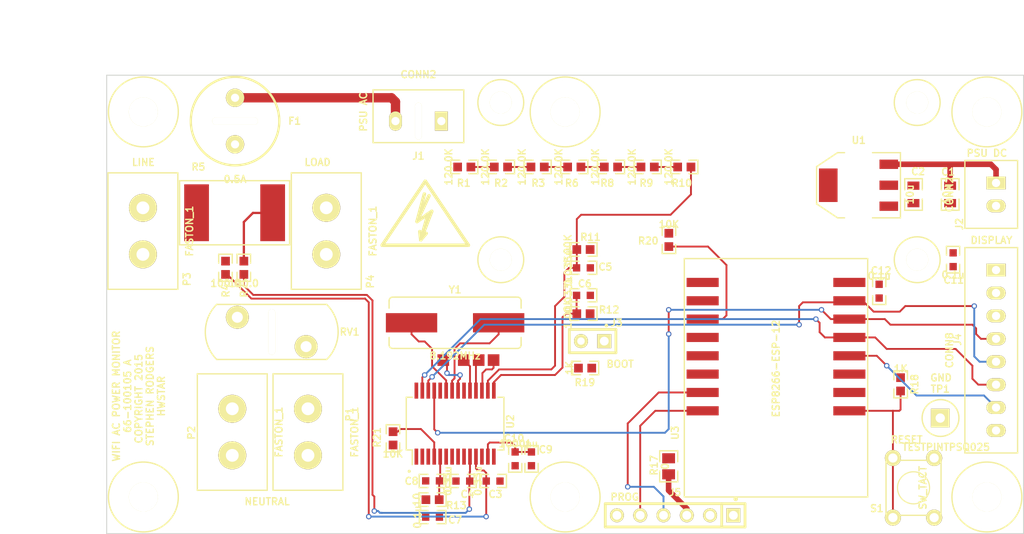
<source format=kicad_pcb>

(kicad_pcb
  (version 4)
  (host pcbnew "(2015-08-16 BZR 6096)-product")
  (general
    (links 107)
    (no_connects 0)
    (area 98.000001 67.15 216.731781 126.9782)
    (thickness 1.6)
    (drawings 18)
    (tracks 376)
    (zones 0)
    (modules 62)
    (nets 36))
  (page A4)
  (layers
    (0 F.Cu signal)
    (31 B.Cu signal)
    (32 B.Adhes user)
    (33 F.Adhes user)
    (34 B.Paste user)
    (35 F.Paste user)
    (36 B.SilkS user)
    (37 F.SilkS user)
    (38 B.Mask user)
    (39 F.Mask user)
    (40 Dwgs.User user)
    (41 Cmts.User user)
    (42 Eco1.User user)
    (43 Eco2.User user)
    (44 Edge.Cuts user)
    (45 Margin user)
    (46 B.CrtYd user)
    (47 F.CrtYd user)
    (48 B.Fab user)
    (49 F.Fab user))
  (setup
    (last_trace_width 0.2032)
    (trace_clearance 0.2032)
    (zone_clearance 0.4064)
    (zone_45_only no)
    (trace_min 0.2032)
    (segment_width 0.2)
    (edge_width 0.1)
    (via_size 0.5842)
    (via_drill 0.3556)
    (via_min_size 0.5842)
    (via_min_drill 0.3)
    (uvia_size 0.3)
    (uvia_drill 0.1)
    (uvias_allowed no)
    (uvia_min_size 0)
    (uvia_min_drill 0)
    (pcb_text_width 0.3)
    (pcb_text_size 1.5 1.5)
    (mod_edge_width 0.15)
    (mod_text_size 1 1)
    (mod_text_width 0.15)
    (pad_size 2.4 2.4)
    (pad_drill 2.4)
    (pad_to_mask_clearance 0)
    (aux_axis_origin 114 121)
    (visible_elements FFFEFF7F)
    (pcbplotparams
      (layerselection 0x010f0_80000001)
      (usegerberextensions true)
      (excludeedgelayer true)
      (linewidth 0.1524)
      (plotframeref false)
      (viasonmask false)
      (mode 1)
      (useauxorigin false)
      (hpglpennumber 1)
      (hpglpenspeed 20)
      (hpglpendiameter 15)
      (hpglpenoverlay 2)
      (psnegative false)
      (psa4output false)
      (plotreference true)
      (plotvalue false)
      (plotinvisibletext false)
      (padsonsilk false)
      (subtractmaskfromsilk false)
      (outputformat 1)
      (mirror false)
      (drillshape 0)
      (scaleselection 1)
      (outputdirectory /home/srodgers/projects/kicad/ac-power-monitor/66-100105/)))
  (net 0 "")
  (net 1 GND)
  (net 2 +3.3V)
  (net 3 ISAMPLEN)
  (net 4 ISAMPLEP)
  (net 5 VSAMPLEP)
  (net 6 VSAMPLEN)
  (net 7 "Net-(C8-Pad1)")
  (net 8 "Net-(C10-Pad1)")
  (net 9 /Power/HOT)
  (net 10 /Power/NEUTRAL)
  (net 11 "Net-(J3-Pad1)")
  (net 12 SCLK)
  (net 13 SDO)
  (net 14 SDI)
  (net 15 "Net-(J5-Pad4)")
  (net 16 "Net-(J5-Pad5)")
  (net 17 /Power/LOAD)
  (net 18 "Net-(R1-Pad2)")
  (net 19 "Net-(R2-Pad2)")
  (net 20 "Net-(R3-Pad2)")
  (net 21 "Net-(R6-Pad2)")
  (net 22 "Net-(R8-Pad2)")
  (net 23 "Net-(R10-Pad1)")
  (net 24 "Net-(R18-Pad2)")
  (net 25 "Net-(R20-Pad2)")
  (net 26 "Net-(TP2-Pad1)")
  (net 27 "Net-(TP3-Pad1)")
  (net 28 "Net-(TP4-Pad1)")
  (net 29 "Net-(TP5-Pad1)")
  (net 30 "Net-(U2-Pad22)")
  (net 31 "Net-(U2-Pad23)")
  (net 32 /Power/+5V)
  (net 33 "Net-(R21-Pad2)")
  (net 34 /WIFI/GPIO16)
  (net 35 /WIFI/SPWR)
  (net_class Default "This is the default net class."
    (clearance 0.2032)
    (trace_width 0.2032)
    (via_dia 0.5842)
    (via_drill 0.3556)
    (uvia_dia 0.3)
    (uvia_drill 0.1)
    (add_net /Power/LOAD)
    (add_net /WIFI/GPIO16)
    (add_net GND)
    (add_net ISAMPLEN)
    (add_net ISAMPLEP)
    (add_net "Net-(C10-Pad1)")
    (add_net "Net-(C8-Pad1)")
    (add_net "Net-(J3-Pad1)")
    (add_net "Net-(J5-Pad4)")
    (add_net "Net-(J5-Pad5)")
    (add_net "Net-(R1-Pad2)")
    (add_net "Net-(R10-Pad1)")
    (add_net "Net-(R18-Pad2)")
    (add_net "Net-(R2-Pad2)")
    (add_net "Net-(R20-Pad2)")
    (add_net "Net-(R21-Pad2)")
    (add_net "Net-(R3-Pad2)")
    (add_net "Net-(R6-Pad2)")
    (add_net "Net-(R8-Pad2)")
    (add_net "Net-(TP2-Pad1)")
    (add_net "Net-(TP3-Pad1)")
    (add_net "Net-(TP4-Pad1)")
    (add_net "Net-(TP5-Pad1)")
    (add_net "Net-(U2-Pad22)")
    (add_net "Net-(U2-Pad23)")
    (add_net SCLK)
    (add_net SDI)
    (add_net SDO)
    (add_net VSAMPLEN)
    (add_net VSAMPLEP))
  (net_class T024 ""
    (clearance 0.2032)
    (trace_width 0.6096)
    (via_dia 0.5842)
    (via_drill 0.3556)
    (uvia_dia 0.3)
    (uvia_drill 0.1)
    (add_net +3.3V)
    (add_net /Power/+5V)
    (add_net /WIFI/SPWR))
  (net_class T040 ""
    (clearance 0.2032)
    (trace_width 1.016)
    (via_dia 0.5842)
    (via_drill 0.3556)
    (uvia_dia 0.3)
    (uvia_drill 0.1)
    (add_net /Power/HOT)
    (add_net /Power/NEUTRAL))
  (module mods:CC0805
    (layer F.Cu)
    (tedit 55CA788A)
    (tstamp 55C93B5D)
    (at 202 88 270)
    (path /55C7947A/55C8C11C)
    (attr smd)
    (fp_text reference C1
      (at -2.4528 0.2224 360)
      (layer F.SilkS)
      (effects
        (font
          (size 0.762 0.762)
          (thickness 0.1524))))
    (fp_text value 10u
      (at 0 0.381 270)
      (layer F.SilkS)
      (effects
        (font
          (size 0.762 0.762)
          (thickness 0.1524))))
    (fp_line
      (start -0.503 0.962)
      (end -1.719 0.962)
      (layer F.SilkS)
      (width 0.1524))
    (fp_line
      (start -1.719 0.962)
      (end -1.719 -0.962)
      (layer F.SilkS)
      (width 0.1524))
    (fp_line
      (start -1.719 -0.962)
      (end -0.503 -0.962)
      (layer F.SilkS)
      (width 0.1524))
    (fp_line
      (start 0.513 -0.962)
      (end 1.729 -0.962)
      (layer F.SilkS)
      (width 0.1524))
    (fp_line
      (start 1.729 -0.962)
      (end 1.729 0.962)
      (layer F.SilkS)
      (width 0.1524))
    (fp_line
      (start 1.729 0.962)
      (end 0.513 0.962)
      (layer F.SilkS)
      (width 0.1524))
    (pad 1 smd rect
      (at -0.9525 0.01 270)
      (size 0.9 1.3)
      (layers F.Cu F.Paste F.Mask)
      (net 32 /Power/+5V))
    (pad 2 smd rect
      (at 0.9525 0.01 270)
      (size 0.9 1.3)
      (layers F.Cu F.Paste F.Mask))
    (model smd/chip_cms.wrl
      (at
        (xyz 0 0 0))
      (scale
        (xyz 0.1 0.1 0.1))
      (rotate
        (xyz 0 0 0))))
  (module mods:CC0805
    (layer F.Cu)
    (tedit 56020A28)
    (tstamp 55C93B69)
    (at 198 88 270)
    (path /55C7947A/55C8C0B1)
    (attr smd)
    (fp_text reference C2
      (at -2.5 -0.5 360)
      (layer F.SilkS)
      (effects
        (font
          (size 0.762 0.762)
          (thickness 0.1524))))
    (fp_text value 10u
      (at 0 0.381 270)
      (layer F.SilkS)
      (effects
        (font
          (size 0.762 0.762)
          (thickness 0.1524))))
    (fp_line
      (start -0.503 0.962)
      (end -1.719 0.962)
      (layer F.SilkS)
      (width 0.1524))
    (fp_line
      (start -1.719 0.962)
      (end -1.719 -0.962)
      (layer F.SilkS)
      (width 0.1524))
    (fp_line
      (start -1.719 -0.962)
      (end -0.503 -0.962)
      (layer F.SilkS)
      (width 0.1524))
    (fp_line
      (start 0.513 -0.962)
      (end 1.729 -0.962)
      (layer F.SilkS)
      (width 0.1524))
    (fp_line
      (start 1.729 -0.962)
      (end 1.729 0.962)
      (layer F.SilkS)
      (width 0.1524))
    (fp_line
      (start 1.729 0.962)
      (end 0.513 0.962)
      (layer F.SilkS)
      (width 0.1524))
    (pad 1 smd rect
      (at -0.9525 0.01 270)
      (size 0.9 1.3)
      (layers F.Cu F.Paste F.Mask))
    (pad 2 smd rect
      (at 0.9525 0.01 270)
      (size 0.9 1.3)
      (layers F.Cu F.Paste F.Mask))
    (model smd/chip_cms.wrl
      (at
        (xyz 0 0 0))
      (scale
        (xyz 0.1 0.1 0.1))
      (rotate
        (xyz 0 0 0))))
  (module mods:CC0603
    (layer F.Cu)
    (tedit 55CA7746)
    (tstamp 55C93B75)
    (at 152.146 119.253)
    (path /55C7947A/55C8E548)
    (attr smd)
    (fp_text reference C3
      (at 0.254 1.4478 180)
      (layer F.SilkS)
      (effects
        (font
          (size 0.762 0.762)
          (thickness 0.1524))))
    (fp_text value 0.33u
      (at -1.651 0 90)
      (layer F.SilkS)
      (effects
        (font
          (size 0.762 0.762)
          (thickness 0.1524))))
    (fp_line
      (start 0.50538 0.72024)
      (end 1.455 0.72024)
      (layer F.SilkS)
      (width 0.1524))
    (fp_line
      (start -0.49538 0.72024)
      (end -1.445 0.72024)
      (layer F.SilkS)
      (width 0.1524))
    (fp_line
      (start 0.50538 -0.72024)
      (end 1.455 -0.72024)
      (layer F.SilkS)
      (width 0.1524))
    (fp_line
      (start -1.445 -0.72024)
      (end -0.49538 -0.72024)
      (layer F.SilkS)
      (width 0.1524))
    (fp_line
      (start 1.455 -0.72024)
      (end 1.455 0.72024)
      (layer F.SilkS)
      (width 0.1524))
    (fp_line
      (start -1.445 0.72024)
      (end -1.445 -0.72024)
      (layer F.SilkS)
      (width 0.1524))
    (pad 1 smd rect
      (at -0.75 0.01)
      (size 0.8 0.8)
      (layers F.Cu F.Paste F.Mask)
      (net 3 ISAMPLEN))
    (pad 2 smd rect
      (at 0.75 0.01)
      (size 0.8 0.8)
      (layers F.Cu F.Paste F.Mask))
    (model smd\capacitors\C0603.wrl
      (at
        (xyz 0 0 0.001))
      (scale
        (xyz 0.5 0.5 0.5))
      (rotate
        (xyz 0 0 0))))
  (module mods:CC0603
    (layer F.Cu)
    (tedit 55CA774B)
    (tstamp 55C93B81)
    (at 148.844 119.253)
    (path /55C7947A/55C8E666)
    (attr smd)
    (fp_text reference C4
      (at 0.508 1.4478 180)
      (layer F.SilkS)
      (effects
        (font
          (size 0.762 0.762)
          (thickness 0.1524))))
    (fp_text value 0.33u
      (at -1.651 0 90)
      (layer F.SilkS)
      (effects
        (font
          (size 0.762 0.762)
          (thickness 0.1524))))
    (fp_line
      (start 0.50538 0.72024)
      (end 1.455 0.72024)
      (layer F.SilkS)
      (width 0.1524))
    (fp_line
      (start -0.49538 0.72024)
      (end -1.445 0.72024)
      (layer F.SilkS)
      (width 0.1524))
    (fp_line
      (start 0.50538 -0.72024)
      (end 1.455 -0.72024)
      (layer F.SilkS)
      (width 0.1524))
    (fp_line
      (start -1.445 -0.72024)
      (end -0.49538 -0.72024)
      (layer F.SilkS)
      (width 0.1524))
    (fp_line
      (start 1.455 -0.72024)
      (end 1.455 0.72024)
      (layer F.SilkS)
      (width 0.1524))
    (fp_line
      (start -1.445 0.72024)
      (end -1.445 -0.72024)
      (layer F.SilkS)
      (width 0.1524))
    (pad 1 smd rect
      (at -0.75 0.01)
      (size 0.8 0.8)
      (layers F.Cu F.Paste F.Mask))
    (pad 2 smd rect
      (at 0.75 0.01)
      (size 0.8 0.8)
      (layers F.Cu F.Paste F.Mask)
      (net 4 ISAMPLEP))
    (model smd\capacitors\C0603.wrl
      (at
        (xyz 0 0 0.001))
      (scale
        (xyz 0.5 0.5 0.5))
      (rotate
        (xyz 0 0 0))))
  (module mods:CC0603
    (layer F.Cu)
    (tedit 55CA77F1)
    (tstamp 55C93B8D)
    (at 162 96)
    (path /55C7947A/55C8DB91)
    (attr smd)
    (fp_text reference C5
      (at 2.3888 -0.0896 180)
      (layer F.SilkS)
      (effects
        (font
          (size 0.762 0.762)
          (thickness 0.1524))))
    (fp_text value 0.033u
      (at -1.651 0 90)
      (layer F.SilkS)
      (effects
        (font
          (size 0.762 0.762)
          (thickness 0.1524))))
    (fp_line
      (start 0.50538 0.72024)
      (end 1.455 0.72024)
      (layer F.SilkS)
      (width 0.1524))
    (fp_line
      (start -0.49538 0.72024)
      (end -1.445 0.72024)
      (layer F.SilkS)
      (width 0.1524))
    (fp_line
      (start 0.50538 -0.72024)
      (end 1.455 -0.72024)
      (layer F.SilkS)
      (width 0.1524))
    (fp_line
      (start -1.445 -0.72024)
      (end -0.49538 -0.72024)
      (layer F.SilkS)
      (width 0.1524))
    (fp_line
      (start 1.455 -0.72024)
      (end 1.455 0.72024)
      (layer F.SilkS)
      (width 0.1524))
    (fp_line
      (start -1.445 0.72024)
      (end -1.445 -0.72024)
      (layer F.SilkS)
      (width 0.1524))
    (pad 1 smd rect
      (at -0.75 0.01)
      (size 0.8 0.8)
      (layers F.Cu F.Paste F.Mask)
      (net 5 VSAMPLEP))
    (pad 2 smd rect
      (at 0.75 0.01)
      (size 0.8 0.8)
      (layers F.Cu F.Paste F.Mask))
    (model smd\capacitors\C0603.wrl
      (at
        (xyz 0 0 0.001))
      (scale
        (xyz 0.5 0.5 0.5))
      (rotate
        (xyz 0 0 0))))
  (module mods:CC0603
    (layer F.Cu)
    (tedit 55CA77E9)
    (tstamp 55C93B99)
    (at 162 99)
    (path /55C7947A/55C8DDED)
    (attr smd)
    (fp_text reference C6
      (at 0.1536 -1.2608 180)
      (layer F.SilkS)
      (effects
        (font
          (size 0.762 0.762)
          (thickness 0.1524))))
    (fp_text value 0.033u
      (at -1.651 0 90)
      (layer F.SilkS)
      (effects
        (font
          (size 0.762 0.762)
          (thickness 0.1524))))
    (fp_line
      (start 0.50538 0.72024)
      (end 1.455 0.72024)
      (layer F.SilkS)
      (width 0.1524))
    (fp_line
      (start -0.49538 0.72024)
      (end -1.445 0.72024)
      (layer F.SilkS)
      (width 0.1524))
    (fp_line
      (start 0.50538 -0.72024)
      (end 1.455 -0.72024)
      (layer F.SilkS)
      (width 0.1524))
    (fp_line
      (start -1.445 -0.72024)
      (end -0.49538 -0.72024)
      (layer F.SilkS)
      (width 0.1524))
    (fp_line
      (start 1.455 -0.72024)
      (end 1.455 0.72024)
      (layer F.SilkS)
      (width 0.1524))
    (fp_line
      (start -1.445 0.72024)
      (end -1.445 -0.72024)
      (layer F.SilkS)
      (width 0.1524))
    (pad 1 smd rect
      (at -0.75 0.01)
      (size 0.8 0.8)
      (layers F.Cu F.Paste F.Mask)
      (net 6 VSAMPLEN))
    (pad 2 smd rect
      (at 0.75 0.01)
      (size 0.8 0.8)
      (layers F.Cu F.Paste F.Mask))
    (model smd\capacitors\C0603.wrl
      (at
        (xyz 0 0 0.001))
      (scale
        (xyz 0.5 0.5 0.5))
      (rotate
        (xyz 0 0 0))))
  (module mods:CC0603
    (layer F.Cu)
    (tedit 55CA76D4)
    (tstamp 55C93BA5)
    (at 145.542 123.19)
    (path /55C7E0D9/55C7EA30)
    (attr smd)
    (fp_text reference C7
      (at 2.458 0.31)
      (layer F.SilkS)
      (effects
        (font
          (size 0.762 0.762)
          (thickness 0.1524))))
    (fp_text value 0.1u
      (at -1.651 0 90)
      (layer F.SilkS)
      (effects
        (font
          (size 0.762 0.762)
          (thickness 0.1524))))
    (fp_line
      (start 0.50538 0.72024)
      (end 1.455 0.72024)
      (layer F.SilkS)
      (width 0.1524))
    (fp_line
      (start -0.49538 0.72024)
      (end -1.445 0.72024)
      (layer F.SilkS)
      (width 0.1524))
    (fp_line
      (start 0.50538 -0.72024)
      (end 1.455 -0.72024)
      (layer F.SilkS)
      (width 0.1524))
    (fp_line
      (start -1.445 -0.72024)
      (end -0.49538 -0.72024)
      (layer F.SilkS)
      (width 0.1524))
    (fp_line
      (start 1.455 -0.72024)
      (end 1.455 0.72024)
      (layer F.SilkS)
      (width 0.1524))
    (fp_line
      (start -1.445 0.72024)
      (end -1.445 -0.72024)
      (layer F.SilkS)
      (width 0.1524))
    (pad 1 smd rect
      (at -0.75 0.01)
      (size 0.8 0.8)
      (layers F.Cu F.Paste F.Mask))
    (pad 2 smd rect
      (at 0.75 0.01)
      (size 0.8 0.8)
      (layers F.Cu F.Paste F.Mask))
    (model smd\capacitors\C0603.wrl
      (at
        (xyz 0 0 0.001))
      (scale
        (xyz 0.5 0.5 0.5))
      (rotate
        (xyz 0 0 0))))
  (module mods:CC0603
    (layer F.Cu)
    (tedit inf)
    (tstamp 55C93BB1)
    (at 145.542 119.253 180)
    (path /55C7E0D9/55C7EBB7)
    (attr smd)
    (fp_text reference C8
      (at 2.286 -0.0254 360)
      (layer F.SilkS)
      (effects
        (font
          (size 0.762 0.762)
          (thickness 0.1524))))
    (fp_text value 0.1u
      (at -1.651 0 270)
      (layer F.SilkS)
      (effects
        (font
          (size 0.762 0.762)
          (thickness 0.1524))))
    (fp_line
      (start 0.50538 0.72024)
      (end 1.455 0.72024)
      (layer F.SilkS)
      (width 0.1524))
    (fp_line
      (start -0.49538 0.72024)
      (end -1.445 0.72024)
      (layer F.SilkS)
      (width 0.1524))
    (fp_line
      (start 0.50538 -0.72024)
      (end 1.455 -0.72024)
      (layer F.SilkS)
      (width 0.1524))
    (fp_line
      (start -1.445 -0.72024)
      (end -0.49538 -0.72024)
      (layer F.SilkS)
      (width 0.1524))
    (fp_line
      (start 1.455 -0.72024)
      (end 1.455 0.72024)
      (layer F.SilkS)
      (width 0.1524))
    (fp_line
      (start -1.445 0.72024)
      (end -1.445 -0.72024)
      (layer F.SilkS)
      (width 0.1524))
    (pad 1 smd rect
      (at -0.75 0.01 180)
      (size 0.8 0.8)
      (layers F.Cu F.Paste F.Mask)
      (net 7 "Net-(C8-Pad1)"))
    (pad 2 smd rect
      (at 0.75 0.01 180)
      (size 0.8 0.8)
      (layers F.Cu F.Paste F.Mask))
    (model smd\capacitors\C0603.wrl
      (at
        (xyz 0 0 0.001))
      (scale
        (xyz 0.5 0.5 0.5))
      (rotate
        (xyz 0 0 0))))
  (module mods:CC0603
    (layer F.Cu)
    (tedit 55CA777E)
    (tstamp 55C93BBD)
    (at 156.337 116.84 270)
    (path /55C7E0D9/55C809E2)
    (attr smd)
    (fp_text reference C9
      (at -1.016 -1.5494 360)
      (layer F.SilkS)
      (effects
        (font
          (size 0.762 0.762)
          (thickness 0.1524))))
    (fp_text value 1u
      (at -1.651 0 360)
      (layer F.SilkS)
      (effects
        (font
          (size 0.762 0.762)
          (thickness 0.1524))))
    (fp_line
      (start 0.50538 0.72024)
      (end 1.455 0.72024)
      (layer F.SilkS)
      (width 0.1524))
    (fp_line
      (start -0.49538 0.72024)
      (end -1.445 0.72024)
      (layer F.SilkS)
      (width 0.1524))
    (fp_line
      (start 0.50538 -0.72024)
      (end 1.455 -0.72024)
      (layer F.SilkS)
      (width 0.1524))
    (fp_line
      (start -1.445 -0.72024)
      (end -0.49538 -0.72024)
      (layer F.SilkS)
      (width 0.1524))
    (fp_line
      (start 1.455 -0.72024)
      (end 1.455 0.72024)
      (layer F.SilkS)
      (width 0.1524))
    (fp_line
      (start -1.445 0.72024)
      (end -1.445 -0.72024)
      (layer F.SilkS)
      (width 0.1524))
    (pad 1 smd rect
      (at -0.75 0.01 270)
      (size 0.8 0.8)
      (layers F.Cu F.Paste F.Mask)
      (net 8 "Net-(C10-Pad1)"))
    (pad 2 smd rect
      (at 0.75 0.01 270)
      (size 0.8 0.8)
      (layers F.Cu F.Paste F.Mask))
    (model smd\capacitors\C0603.wrl
      (at
        (xyz 0 0 0.001))
      (scale
        (xyz 0.5 0.5 0.5))
      (rotate
        (xyz 0 0 0))))
  (module mods:CC0603
    (layer F.Cu)
    (tedit 55CA7778)
    (tstamp 55C93BC9)
    (at 154.559 116.84 270)
    (path /55C7E0D9/55C7EF35)
    (attr smd)
    (fp_text reference C10
      (at -2.2352 0.127 360)
      (layer F.SilkS)
      (effects
        (font
          (size 0.762 0.762)
          (thickness 0.1524))))
    (fp_text value 1000p
      (at -1.651 0 360)
      (layer F.SilkS)
      (effects
        (font
          (size 0.762 0.762)
          (thickness 0.1524))))
    (fp_line
      (start 0.50538 0.72024)
      (end 1.455 0.72024)
      (layer F.SilkS)
      (width 0.1524))
    (fp_line
      (start -0.49538 0.72024)
      (end -1.445 0.72024)
      (layer F.SilkS)
      (width 0.1524))
    (fp_line
      (start 0.50538 -0.72024)
      (end 1.455 -0.72024)
      (layer F.SilkS)
      (width 0.1524))
    (fp_line
      (start -1.445 -0.72024)
      (end -0.49538 -0.72024)
      (layer F.SilkS)
      (width 0.1524))
    (fp_line
      (start 1.455 -0.72024)
      (end 1.455 0.72024)
      (layer F.SilkS)
      (width 0.1524))
    (fp_line
      (start -1.445 0.72024)
      (end -1.445 -0.72024)
      (layer F.SilkS)
      (width 0.1524))
    (pad 1 smd rect
      (at -0.75 0.01 270)
      (size 0.8 0.8)
      (layers F.Cu F.Paste F.Mask)
      (net 8 "Net-(C10-Pad1)"))
    (pad 2 smd rect
      (at 0.75 0.01 270)
      (size 0.8 0.8)
      (layers F.Cu F.Paste F.Mask))
    (model smd\capacitors\C0603.wrl
      (at
        (xyz 0 0 0.001))
      (scale
        (xyz 0.5 0.5 0.5))
      (rotate
        (xyz 0 0 0))))
  (module mods:CC0603
    (layer F.Cu)
    (tedit 55CAB457)
    (tstamp 55C93BD5)
    (at 202.311 95.123 90)
    (path /55C8F02A/55C8F383)
    (attr smd)
    (fp_text reference C11
      (at -2.2098 0.0762 180)
      (layer F.SilkS)
      (effects
        (font
          (size 0.762 0.762)
          (thickness 0.1524))))
    (fp_text value 0.1u
      (at -1.651 0 180)
      (layer F.SilkS)
      (effects
        (font
          (size 0.762 0.762)
          (thickness 0.1524))))
    (fp_line
      (start 0.50538 0.72024)
      (end 1.455 0.72024)
      (layer F.SilkS)
      (width 0.1524))
    (fp_line
      (start -0.49538 0.72024)
      (end -1.445 0.72024)
      (layer F.SilkS)
      (width 0.1524))
    (fp_line
      (start 0.50538 -0.72024)
      (end 1.455 -0.72024)
      (layer F.SilkS)
      (width 0.1524))
    (fp_line
      (start -1.445 -0.72024)
      (end -0.49538 -0.72024)
      (layer F.SilkS)
      (width 0.1524))
    (fp_line
      (start 1.455 -0.72024)
      (end 1.455 0.72024)
      (layer F.SilkS)
      (width 0.1524))
    (fp_line
      (start -1.445 0.72024)
      (end -1.445 -0.72024)
      (layer F.SilkS)
      (width 0.1524))
    (pad 1 smd rect
      (at -0.75 0.01 90)
      (size 0.8 0.8)
      (layers F.Cu F.Paste F.Mask))
    (pad 2 smd rect
      (at 0.75 0.01 90)
      (size 0.8 0.8)
      (layers F.Cu F.Paste F.Mask))
    (model smd\capacitors\C0603.wrl
      (at
        (xyz 0 0 0.001))
      (scale
        (xyz 0.5 0.5 0.5))
      (rotate
        (xyz 0 0 0))))
  (module mods:CC0603
    (layer F.Cu)
    (tedit 55CA78A1)
    (tstamp 55C93BE1)
    (at 194.2592 98.552 270)
    (path /55C8F02A/55C8F5A5)
    (attr smd)
    (fp_text reference C12
      (at -2.2352 -0.2032 360)
      (layer F.SilkS)
      (effects
        (font
          (size 0.762 0.762)
          (thickness 0.1524))))
    (fp_text value 0.1u
      (at -1.651 0 360)
      (layer F.SilkS)
      (effects
        (font
          (size 0.762 0.762)
          (thickness 0.1524))))
    (fp_line
      (start 0.50538 0.72024)
      (end 1.455 0.72024)
      (layer F.SilkS)
      (width 0.1524))
    (fp_line
      (start -0.49538 0.72024)
      (end -1.445 0.72024)
      (layer F.SilkS)
      (width 0.1524))
    (fp_line
      (start 0.50538 -0.72024)
      (end 1.455 -0.72024)
      (layer F.SilkS)
      (width 0.1524))
    (fp_line
      (start -1.445 -0.72024)
      (end -0.49538 -0.72024)
      (layer F.SilkS)
      (width 0.1524))
    (fp_line
      (start 1.455 -0.72024)
      (end 1.455 0.72024)
      (layer F.SilkS)
      (width 0.1524))
    (fp_line
      (start -1.445 0.72024)
      (end -1.445 -0.72024)
      (layer F.SilkS)
      (width 0.1524))
    (pad 1 smd rect
      (at -0.75 0.01 270)
      (size 0.8 0.8)
      (layers F.Cu F.Paste F.Mask))
    (pad 2 smd rect
      (at 0.75 0.01 270)
      (size 0.8 0.8)
      (layers F.Cu F.Paste F.Mask))
    (model smd\capacitors\C0603.wrl
      (at
        (xyz 0 0 0.001))
      (scale
        (xyz 0.5 0.5 0.5))
      (rotate
        (xyz 0 0 0))))
  (module mods:JST_B2B_XH_A
    (layer F.Cu)
    (tedit 55CA7895)
    (tstamp 55C93BFC)
    (at 207 88 270)
    (path /55C7947A/55C8C1A8)
    (fp_text reference J2
      (at 3.2368 4.0032 270)
      (layer F.SilkS)
      (effects
        (font
          (size 0.762 0.762)
          (thickness 0.1524))))
    (fp_text value CONN2
      (at 0 5.08 270)
      (layer F.SilkS)
      (effects
        (font
          (size 0.762 0.762)
          (thickness 0.1524))))
    (fp_line
      (start -3.7 -2.35)
      (end 3.7 -2.35)
      (layer F.SilkS)
      (width 0.15))
    (fp_line
      (start 3.7 -2.35)
      (end 3.7 3.4)
      (layer F.SilkS)
      (width 0.15))
    (fp_line
      (start 3.7 3.4)
      (end -3.7 3.4)
      (layer F.SilkS)
      (width 0.15))
    (fp_line
      (start -3.7 3.4)
      (end -3.7 -2.35)
      (layer F.SilkS)
      (width 0.15))
    (pad 1 thru_hole rect
      (at -1.25 0 270)
      (size 1.4 2.1)
      (drill 0.9)
      (layers *.Cu *.Mask F.SilkS)
      (net 32 /Power/+5V))
    (pad 2 thru_hole oval
      (at 1.25 0 270)
      (size 1.4 2.1)
      (drill 0.9)
      (layers *.Cu *.Mask F.SilkS)))
  (module mods:BERG2
    (layer F.Cu)
    (tedit 55CA77D9)
    (tstamp 55C93C07)
    (at 163 104 180)
    (descr "Connecteurs 2 pins")
    (tags "CONN DEV")
    (path /55C8F02A/55C8F7E0)
    (fp_text reference J3
      (at -2.608 1.9936 180)
      (layer F.SilkS)
      (effects
        (font
          (size 0.762 0.762)
          (thickness 0.1524))))
    (fp_text value CONN2
      (at 0 -2.54 180)
      (layer F.SilkS) hide
      (effects
        (font
          (size 0.762 0.762)
          (thickness 0.1524))))
    (fp_circle
      (center -1.5 1.7)
      (end -1.4 1.7)
      (layer F.SilkS)
      (width 0.2))
    (fp_line
      (start -2.54 1.27)
      (end -2.54 -1.27)
      (layer F.SilkS)
      (width 0.3048))
    (fp_line
      (start -2.54 -1.27)
      (end 2.54 -1.27)
      (layer F.SilkS)
      (width 0.3048))
    (fp_line
      (start 2.54 -1.27)
      (end 2.54 1.27)
      (layer F.SilkS)
      (width 0.3048))
    (fp_line
      (start 2.54 1.27)
      (end -2.54 1.27)
      (layer F.SilkS)
      (width 0.3048))
    (pad 1 thru_hole rect
      (at -1.27 0 180)
      (size 1.524 1.524)
      (drill 0.9652)
      (layers *.Cu *.Mask F.SilkS))
    (pad 2 thru_hole circle
      (at 1.27 0 180)
      (size 1.524 1.524)
      (drill 0.8128)
      (layers *.Cu *.Mask F.SilkS)))
  (module mods:JST_B8B_XH_A
    (layer F.Cu)
    (tedit 55CA78B2)
    (tstamp 55C93C18)
    (at 207 105 270)
    (path /55C8F02A/55C8F2D4)
    (fp_text reference J4
      (at -1.1648 4.2064 270)
      (layer F.SilkS)
      (effects
        (font
          (size 0.762 0.762)
          (thickness 0.1524))))
    (fp_text value CONN8
      (at 0 5.08 270)
      (layer F.SilkS)
      (effects
        (font
          (size 0.762 0.762)
          (thickness 0.1524))))
    (fp_line
      (start -11.2 -2.35)
      (end 11.2 -2.35)
      (layer F.SilkS)
      (width 0.15))
    (fp_line
      (start 11.2 -2.35)
      (end 11.2 3.4)
      (layer F.SilkS)
      (width 0.15))
    (fp_line
      (start 11.2 3.4)
      (end -11.2 3.4)
      (layer F.SilkS)
      (width 0.15))
    (fp_line
      (start -4.9 3.4)
      (end -4.95 3.4)
      (layer F.SilkS)
      (width 0.15))
    (fp_line
      (start -11.2 3.4)
      (end -11.2 -2.35)
      (layer F.SilkS)
      (width 0.15))
    (pad 2 thru_hole oval
      (at -6.25 0 270)
      (size 1.4 2.1)
      (drill 0.9)
      (layers *.Cu *.Mask F.SilkS))
    (pad 3 thru_hole oval
      (at -3.75 0 270)
      (size 1.4 2.1)
      (drill 0.9)
      (layers *.Cu *.Mask F.SilkS))
    (pad 1 thru_hole rect
      (at -8.75 0 270)
      (size 1.4 2.1)
      (drill 0.9)
      (layers *.Cu *.Mask F.SilkS))
    (pad 4 thru_hole oval
      (at -1.25 0 270)
      (size 1.4 2.1)
      (drill 0.9)
      (layers *.Cu *.Mask F.SilkS)
      (net 12 SCLK))
    (pad 5 thru_hole oval
      (at 1.25 0 270)
      (size 1.4 2.1)
      (drill 0.9)
      (layers *.Cu *.Mask F.SilkS)
      (net 13 SDO))
    (pad 6 thru_hole oval
      (at 3.75 0 270)
      (size 1.4 2.1)
      (drill 0.9)
      (layers *.Cu *.Mask F.SilkS)
      (net 14 SDI))
    (pad 7 thru_hole oval
      (at 6.25 0 270)
      (size 1.4 2.1)
      (drill 0.9)
      (layers *.Cu *.Mask F.SilkS)
      (net 34 /WIFI/GPIO16))
    (pad 8 thru_hole oval
      (at 8.75 0 270)
      (size 1.4 2.1)
      (drill 0.9)
      (layers *.Cu *.Mask F.SilkS)))
  (module mods:BERG6
    (layer F.Cu)
    (tedit 55CA762D)
    (tstamp 55C93C28)
    (at 172 123 180)
    (descr "Connector SIP 6 pin")
    (tags "CONN DEV")
    (path /55C8F02A/55C8FFAA)
    (fp_text reference J5
      (at 0 2.5 180)
      (layer F.SilkS)
      (effects
        (font
          (size 0.762 0.762)
          (thickness 0.1524))))
    (fp_text value CONN6
      (at 0 2.54 180)
      (layer F.SilkS) hide
      (effects
        (font
          (size 0.762 0.762)
          (thickness 0.1524))))
    (fp_circle
      (center -6.604 1.778)
      (end -6.604 1.905)
      (layer F.SilkS)
      (width 0.2286))
    (fp_line
      (start -7.62 1.27)
      (end -7.62 -1.27)
      (layer F.SilkS)
      (width 0.3048))
    (fp_line
      (start -7.62 -1.27)
      (end 7.62 -1.27)
      (layer F.SilkS)
      (width 0.3048))
    (fp_line
      (start 7.62 -1.27)
      (end 7.62 1.27)
      (layer F.SilkS)
      (width 0.3048))
    (fp_line
      (start 7.62 1.27)
      (end -7.62 1.27)
      (layer F.SilkS)
      (width 0.3048))
    (fp_line
      (start -5.08 1.27)
      (end -5.08 -1.27)
      (layer F.SilkS)
      (width 0.3048))
    (pad 1 thru_hole rect
      (at -6.35 0 180)
      (size 1.524 1.524)
      (drill 0.9652)
      (layers *.Cu *.Mask F.SilkS))
    (pad 2 thru_hole circle
      (at -3.81 0 180)
      (size 1.524 1.524)
      (drill 0.9652)
      (layers *.Cu *.Mask F.SilkS))
    (pad 3 thru_hole circle
      (at -1.27 0 180)
      (size 1.524 1.524)
      (drill 0.9652)
      (layers *.Cu *.Mask F.SilkS)
      (net 35 /WIFI/SPWR))
    (pad 4 thru_hole circle
      (at 1.27 0 180)
      (size 1.524 1.524)
      (drill 0.9652)
      (layers *.Cu *.Mask F.SilkS)
      (net 15 "Net-(J5-Pad4)"))
    (pad 5 thru_hole circle
      (at 3.81 0 180)
      (size 1.524 1.524)
      (drill 0.9652)
      (layers *.Cu *.Mask F.SilkS)
      (net 16 "Net-(J5-Pad5)"))
    (pad 6 thru_hole circle
      (at 6.35 0 180)
      (size 1.524 1.524)
      (drill 0.9652)
      (layers *.Cu *.Mask F.SilkS)))
  (module mods:RC0603
    (layer F.Cu)
    (tedit 55CA7824)
    (tstamp 55C93C5C)
    (at 149 85)
    (path /55C7947A/55C8D199)
    (attr smd)
    (fp_text reference R1
      (at -0.0544 1.7664 180)
      (layer F.SilkS)
      (effects
        (font
          (size 0.762 0.762)
          (thickness 0.1524))))
    (fp_text value 120.0K
      (at -1.69926 0 90)
      (layer F.SilkS)
      (effects
        (font
          (size 0.762 0.762)
          (thickness 0.1524))))
    (fp_line
      (start -0.49538 -0.7385)
      (end -1.48 -0.7385)
      (layer F.SilkS)
      (width 0.1524))
    (fp_line
      (start -1.48 -0.7385)
      (end -1.48 0.7385)
      (layer F.SilkS)
      (width 0.1524))
    (fp_line
      (start -1.48 0.7385)
      (end -0.49538 0.7385)
      (layer F.SilkS)
      (width 0.1524))
    (fp_line
      (start 1.48 -0.7385)
      (end 0.50538 -0.7385)
      (layer F.SilkS)
      (width 0.1524))
    (fp_line
      (start 1.48 -0.7385)
      (end 1.48 0.7385)
      (layer F.SilkS)
      (width 0.1524))
    (fp_line
      (start 1.48 0.7385)
      (end 0.50538 0.7385)
      (layer F.SilkS)
      (width 0.1524))
    (pad 1 smd rect
      (at -0.725 0.01)
      (size 0.95 0.95)
      (layers F.Cu F.Paste F.Mask))
    (pad 2 smd rect
      (at 0.725 0.01)
      (size 0.95 0.95)
      (layers F.Cu F.Paste F.Mask)
      (net 18 "Net-(R1-Pad2)"))
    (model smd\resistors\R0603.wrl
      (at
        (xyz 0 0 0.001))
      (scale
        (xyz 0.5 0.5 0.5))
      (rotate
        (xyz 0 0 0))))
  (module mods:RC0603
    (layer F.Cu)
    (tedit 55CA782C)
    (tstamp 55C93C68)
    (at 153 85)
    (path /55C7947A/55C90DA7)
    (attr smd)
    (fp_text reference R2
      (at 0.0096 1.7664 180)
      (layer F.SilkS)
      (effects
        (font
          (size 0.762 0.762)
          (thickness 0.1524))))
    (fp_text value 120.0K
      (at -1.69926 0 90)
      (layer F.SilkS)
      (effects
        (font
          (size 0.762 0.762)
          (thickness 0.1524))))
    (fp_line
      (start -0.49538 -0.7385)
      (end -1.48 -0.7385)
      (layer F.SilkS)
      (width 0.1524))
    (fp_line
      (start -1.48 -0.7385)
      (end -1.48 0.7385)
      (layer F.SilkS)
      (width 0.1524))
    (fp_line
      (start -1.48 0.7385)
      (end -0.49538 0.7385)
      (layer F.SilkS)
      (width 0.1524))
    (fp_line
      (start 1.48 -0.7385)
      (end 0.50538 -0.7385)
      (layer F.SilkS)
      (width 0.1524))
    (fp_line
      (start 1.48 -0.7385)
      (end 1.48 0.7385)
      (layer F.SilkS)
      (width 0.1524))
    (fp_line
      (start 1.48 0.7385)
      (end 0.50538 0.7385)
      (layer F.SilkS)
      (width 0.1524))
    (pad 1 smd rect
      (at -0.725 0.01)
      (size 0.95 0.95)
      (layers F.Cu F.Paste F.Mask)
      (net 18 "Net-(R1-Pad2)"))
    (pad 2 smd rect
      (at 0.725 0.01)
      (size 0.95 0.95)
      (layers F.Cu F.Paste F.Mask)
      (net 19 "Net-(R2-Pad2)"))
    (model smd\resistors\R0603.wrl
      (at
        (xyz 0 0 0.001))
      (scale
        (xyz 0.5 0.5 0.5))
      (rotate
        (xyz 0 0 0))))
  (module mods:RC0603
    (layer F.Cu)
    (tedit 55CA7833)
    (tstamp 55C93C74)
    (at 157 85)
    (path /55C7947A/55C90EB1)
    (attr smd)
    (fp_text reference R3
      (at 0.0736 1.7664 180)
      (layer F.SilkS)
      (effects
        (font
          (size 0.762 0.762)
          (thickness 0.1524))))
    (fp_text value 120.0K
      (at -1.69926 0 90)
      (layer F.SilkS)
      (effects
        (font
          (size 0.762 0.762)
          (thickness 0.1524))))
    (fp_line
      (start -0.49538 -0.7385)
      (end -1.48 -0.7385)
      (layer F.SilkS)
      (width 0.1524))
    (fp_line
      (start -1.48 -0.7385)
      (end -1.48 0.7385)
      (layer F.SilkS)
      (width 0.1524))
    (fp_line
      (start -1.48 0.7385)
      (end -0.49538 0.7385)
      (layer F.SilkS)
      (width 0.1524))
    (fp_line
      (start 1.48 -0.7385)
      (end 0.50538 -0.7385)
      (layer F.SilkS)
      (width 0.1524))
    (fp_line
      (start 1.48 -0.7385)
      (end 1.48 0.7385)
      (layer F.SilkS)
      (width 0.1524))
    (fp_line
      (start 1.48 0.7385)
      (end 0.50538 0.7385)
      (layer F.SilkS)
      (width 0.1524))
    (pad 1 smd rect
      (at -0.725 0.01)
      (size 0.95 0.95)
      (layers F.Cu F.Paste F.Mask)
      (net 19 "Net-(R2-Pad2)"))
    (pad 2 smd rect
      (at 0.725 0.01)
      (size 0.95 0.95)
      (layers F.Cu F.Paste F.Mask)
      (net 20 "Net-(R3-Pad2)"))
    (model smd\resistors\R0603.wrl
      (at
        (xyz 0 0 0.001))
      (scale
        (xyz 0.5 0.5 0.5))
      (rotate
        (xyz 0 0 0))))
  (module mods:RC0603
    (layer F.Cu)
    (tedit 55CA7663)
    (tstamp 55C93C80)
    (at 122.952 96 90)
    (path /55C7947A/55C8E239)
    (attr smd)
    (fp_text reference R4
      (at -2.5 0.048 270)
      (layer F.SilkS)
      (effects
        (font
          (size 0.762 0.762)
          (thickness 0.1524))))
    (fp_text value 100.0
      (at -1.69926 0 180)
      (layer F.SilkS)
      (effects
        (font
          (size 0.762 0.762)
          (thickness 0.1524))))
    (fp_line
      (start -0.49538 -0.7385)
      (end -1.48 -0.7385)
      (layer F.SilkS)
      (width 0.1524))
    (fp_line
      (start -1.48 -0.7385)
      (end -1.48 0.7385)
      (layer F.SilkS)
      (width 0.1524))
    (fp_line
      (start -1.48 0.7385)
      (end -0.49538 0.7385)
      (layer F.SilkS)
      (width 0.1524))
    (fp_line
      (start 1.48 -0.7385)
      (end 0.50538 -0.7385)
      (layer F.SilkS)
      (width 0.1524))
    (fp_line
      (start 1.48 -0.7385)
      (end 1.48 0.7385)
      (layer F.SilkS)
      (width 0.1524))
    (fp_line
      (start 1.48 0.7385)
      (end 0.50538 0.7385)
      (layer F.SilkS)
      (width 0.1524))
    (pad 1 smd rect
      (at -0.725 0.01 90)
      (size 0.95 0.95)
      (layers F.Cu F.Paste F.Mask)
      (net 3 ISAMPLEN))
    (pad 2 smd rect
      (at 0.725 0.01 90)
      (size 0.95 0.95)
      (layers F.Cu F.Paste F.Mask))
    (model smd\resistors\R0603.wrl
      (at
        (xyz 0 0 0.001))
      (scale
        (xyz 0.5 0.5 0.5))
      (rotate
        (xyz 0 0 0))))
  (module mods:WSL3921
    (layer F.Cu)
    (tedit 55CA7650)
    (tstamp 55C93C8A)
    (at 123.952 90)
    (path /55C7947A/55C93A08)
    (fp_text reference R5
      (at -3.952 -5)
      (layer F.SilkS)
      (effects
        (font
          (size 0.762 0.762)
          (thickness 0.1524))))
    (fp_text value 0.001
      (at 0 -4.5)
      (layer F.Fab)
      (effects
        (font
          (size 0.762 0.762)
          (thickness 0.1524))))
    (fp_line
      (start -6 -3.5)
      (end -6 3.5)
      (layer F.SilkS)
      (width 0.1524))
    (fp_line
      (start -6 3.5)
      (end 6 3.5)
      (layer F.SilkS)
      (width 0.1524))
    (fp_line
      (start 6 3.5)
      (end 6 -3.5)
      (layer F.SilkS)
      (width 0.1524))
    (fp_line
      (start 6 -3.5)
      (end -6 -3.5)
      (layer F.SilkS)
      (width 0.1524))
    (pad 1 smd rect
      (at -4.15 0)
      (size 2.7 6.2)
      (layers F.Cu F.Paste F.Mask))
    (pad 2 smd rect
      (at 4.15 0)
      (size 2.7 6.2)
      (layers F.Cu F.Paste F.Mask)
      (net 17 /Power/LOAD)))
  (module mods:RC0603
    (layer F.Cu)
    (tedit 55CA783A)
    (tstamp 55C93C96)
    (at 161 85)
    (path /55C7947A/55C90F27)
    (attr smd)
    (fp_text reference R6
      (at -0.2688 1.7664 180)
      (layer F.SilkS)
      (effects
        (font
          (size 0.762 0.762)
          (thickness 0.1524))))
    (fp_text value 120.0K
      (at -1.69926 0 90)
      (layer F.SilkS)
      (effects
        (font
          (size 0.762 0.762)
          (thickness 0.1524))))
    (fp_line
      (start -0.49538 -0.7385)
      (end -1.48 -0.7385)
      (layer F.SilkS)
      (width 0.1524))
    (fp_line
      (start -1.48 -0.7385)
      (end -1.48 0.7385)
      (layer F.SilkS)
      (width 0.1524))
    (fp_line
      (start -1.48 0.7385)
      (end -0.49538 0.7385)
      (layer F.SilkS)
      (width 0.1524))
    (fp_line
      (start 1.48 -0.7385)
      (end 0.50538 -0.7385)
      (layer F.SilkS)
      (width 0.1524))
    (fp_line
      (start 1.48 -0.7385)
      (end 1.48 0.7385)
      (layer F.SilkS)
      (width 0.1524))
    (fp_line
      (start 1.48 0.7385)
      (end 0.50538 0.7385)
      (layer F.SilkS)
      (width 0.1524))
    (pad 1 smd rect
      (at -0.725 0.01)
      (size 0.95 0.95)
      (layers F.Cu F.Paste F.Mask)
      (net 20 "Net-(R3-Pad2)"))
    (pad 2 smd rect
      (at 0.725 0.01)
      (size 0.95 0.95)
      (layers F.Cu F.Paste F.Mask)
      (net 21 "Net-(R6-Pad2)"))
    (model smd\resistors\R0603.wrl
      (at
        (xyz 0 0 0.001))
      (scale
        (xyz 0.5 0.5 0.5))
      (rotate
        (xyz 0 0 0))))
  (module mods:RC0603
    (layer F.Cu)
    (tedit 55CA766E)
    (tstamp 55C93CA2)
    (at 124.952 96 90)
    (path /55C7947A/55C8E322)
    (attr smd)
    (fp_text reference R7
      (at -2.5 0.048 270)
      (layer F.SilkS)
      (effects
        (font
          (size 0.762 0.762)
          (thickness 0.1524))))
    (fp_text value 100.0
      (at -1.69926 0 180)
      (layer F.SilkS)
      (effects
        (font
          (size 0.762 0.762)
          (thickness 0.1524))))
    (fp_line
      (start -0.49538 -0.7385)
      (end -1.48 -0.7385)
      (layer F.SilkS)
      (width 0.1524))
    (fp_line
      (start -1.48 -0.7385)
      (end -1.48 0.7385)
      (layer F.SilkS)
      (width 0.1524))
    (fp_line
      (start -1.48 0.7385)
      (end -0.49538 0.7385)
      (layer F.SilkS)
      (width 0.1524))
    (fp_line
      (start 1.48 -0.7385)
      (end 0.50538 -0.7385)
      (layer F.SilkS)
      (width 0.1524))
    (fp_line
      (start 1.48 -0.7385)
      (end 1.48 0.7385)
      (layer F.SilkS)
      (width 0.1524))
    (fp_line
      (start 1.48 0.7385)
      (end 0.50538 0.7385)
      (layer F.SilkS)
      (width 0.1524))
    (pad 1 smd rect
      (at -0.725 0.01 90)
      (size 0.95 0.95)
      (layers F.Cu F.Paste F.Mask)
      (net 4 ISAMPLEP))
    (pad 2 smd rect
      (at 0.725 0.01 90)
      (size 0.95 0.95)
      (layers F.Cu F.Paste F.Mask)
      (net 17 /Power/LOAD))
    (model smd\resistors\R0603.wrl
      (at
        (xyz 0 0 0.001))
      (scale
        (xyz 0.5 0.5 0.5))
      (rotate
        (xyz 0 0 0))))
  (module mods:RC0603
    (layer F.Cu)
    (tedit 55CA7841)
    (tstamp 55C93CAE)
    (at 165 85)
    (path /55C7947A/55C90F81)
    (attr smd)
    (fp_text reference R8
      (at -0.408 1.7664 180)
      (layer F.SilkS)
      (effects
        (font
          (size 0.762 0.762)
          (thickness 0.1524))))
    (fp_text value 120.0K
      (at -1.69926 0 90)
      (layer F.SilkS)
      (effects
        (font
          (size 0.762 0.762)
          (thickness 0.1524))))
    (fp_line
      (start -0.49538 -0.7385)
      (end -1.48 -0.7385)
      (layer F.SilkS)
      (width 0.1524))
    (fp_line
      (start -1.48 -0.7385)
      (end -1.48 0.7385)
      (layer F.SilkS)
      (width 0.1524))
    (fp_line
      (start -1.48 0.7385)
      (end -0.49538 0.7385)
      (layer F.SilkS)
      (width 0.1524))
    (fp_line
      (start 1.48 -0.7385)
      (end 0.50538 -0.7385)
      (layer F.SilkS)
      (width 0.1524))
    (fp_line
      (start 1.48 -0.7385)
      (end 1.48 0.7385)
      (layer F.SilkS)
      (width 0.1524))
    (fp_line
      (start 1.48 0.7385)
      (end 0.50538 0.7385)
      (layer F.SilkS)
      (width 0.1524))
    (pad 1 smd rect
      (at -0.725 0.01)
      (size 0.95 0.95)
      (layers F.Cu F.Paste F.Mask)
      (net 21 "Net-(R6-Pad2)"))
    (pad 2 smd rect
      (at 0.725 0.01)
      (size 0.95 0.95)
      (layers F.Cu F.Paste F.Mask)
      (net 22 "Net-(R8-Pad2)"))
    (model smd\resistors\R0603.wrl
      (at
        (xyz 0 0 0.001))
      (scale
        (xyz 0.5 0.5 0.5))
      (rotate
        (xyz 0 0 0))))
  (module mods:RC0603
    (layer F.Cu)
    (tedit 55CA7849)
    (tstamp 55C93CBA)
    (at 169 85)
    (path /55C7947A/55C90FEB)
    (attr smd)
    (fp_text reference R9
      (at -0.1408 1.7664 180)
      (layer F.SilkS)
      (effects
        (font
          (size 0.762 0.762)
          (thickness 0.1524))))
    (fp_text value 120.0K
      (at -1.69926 0 90)
      (layer F.SilkS)
      (effects
        (font
          (size 0.762 0.762)
          (thickness 0.1524))))
    (fp_line
      (start -0.49538 -0.7385)
      (end -1.48 -0.7385)
      (layer F.SilkS)
      (width 0.1524))
    (fp_line
      (start -1.48 -0.7385)
      (end -1.48 0.7385)
      (layer F.SilkS)
      (width 0.1524))
    (fp_line
      (start -1.48 0.7385)
      (end -0.49538 0.7385)
      (layer F.SilkS)
      (width 0.1524))
    (fp_line
      (start 1.48 -0.7385)
      (end 0.50538 -0.7385)
      (layer F.SilkS)
      (width 0.1524))
    (fp_line
      (start 1.48 -0.7385)
      (end 1.48 0.7385)
      (layer F.SilkS)
      (width 0.1524))
    (fp_line
      (start 1.48 0.7385)
      (end 0.50538 0.7385)
      (layer F.SilkS)
      (width 0.1524))
    (pad 1 smd rect
      (at -0.725 0.01)
      (size 0.95 0.95)
      (layers F.Cu F.Paste F.Mask)
      (net 22 "Net-(R8-Pad2)"))
    (pad 2 smd rect
      (at 0.725 0.01)
      (size 0.95 0.95)
      (layers F.Cu F.Paste F.Mask)
      (net 23 "Net-(R10-Pad1)"))
    (model smd\resistors\R0603.wrl
      (at
        (xyz 0 0 0.001))
      (scale
        (xyz 0.5 0.5 0.5))
      (rotate
        (xyz 0 0 0))))
  (module mods:RC0603
    (layer F.Cu)
    (tedit 55CA785D)
    (tstamp 55C93CC6)
    (at 173 85)
    (path /55C7947A/55C9107F)
    (attr smd)
    (fp_text reference R10
      (at -0.28 1.7664 180)
      (layer F.SilkS)
      (effects
        (font
          (size 0.762 0.762)
          (thickness 0.1524))))
    (fp_text value 120.0K
      (at -1.69926 0 90)
      (layer F.SilkS)
      (effects
        (font
          (size 0.762 0.762)
          (thickness 0.1524))))
    (fp_line
      (start -0.49538 -0.7385)
      (end -1.48 -0.7385)
      (layer F.SilkS)
      (width 0.1524))
    (fp_line
      (start -1.48 -0.7385)
      (end -1.48 0.7385)
      (layer F.SilkS)
      (width 0.1524))
    (fp_line
      (start -1.48 0.7385)
      (end -0.49538 0.7385)
      (layer F.SilkS)
      (width 0.1524))
    (fp_line
      (start 1.48 -0.7385)
      (end 0.50538 -0.7385)
      (layer F.SilkS)
      (width 0.1524))
    (fp_line
      (start 1.48 -0.7385)
      (end 1.48 0.7385)
      (layer F.SilkS)
      (width 0.1524))
    (fp_line
      (start 1.48 0.7385)
      (end 0.50538 0.7385)
      (layer F.SilkS)
      (width 0.1524))
    (pad 1 smd rect
      (at -0.725 0.01)
      (size 0.95 0.95)
      (layers F.Cu F.Paste F.Mask)
      (net 23 "Net-(R10-Pad1)"))
    (pad 2 smd rect
      (at 0.725 0.01)
      (size 0.95 0.95)
      (layers F.Cu F.Paste F.Mask)
      (net 5 VSAMPLEP))
    (model smd\resistors\R0603.wrl
      (at
        (xyz 0 0 0.001))
      (scale
        (xyz 0.5 0.5 0.5))
      (rotate
        (xyz 0 0 0))))
  (module mods:RC0603
    (layer F.Cu)
    (tedit 55CA77F8)
    (tstamp 55C93CD2)
    (at 162 94)
    (path /55C7947A/55C8D6A8)
    (attr smd)
    (fp_text reference R11
      (at 0.7632 -1.3408 180)
      (layer F.SilkS)
      (effects
        (font
          (size 0.762 0.762)
          (thickness 0.1524))))
    (fp_text value 1.00K
      (at -1.69926 0 90)
      (layer F.SilkS)
      (effects
        (font
          (size 0.762 0.762)
          (thickness 0.1524))))
    (fp_line
      (start -0.49538 -0.7385)
      (end -1.48 -0.7385)
      (layer F.SilkS)
      (width 0.1524))
    (fp_line
      (start -1.48 -0.7385)
      (end -1.48 0.7385)
      (layer F.SilkS)
      (width 0.1524))
    (fp_line
      (start -1.48 0.7385)
      (end -0.49538 0.7385)
      (layer F.SilkS)
      (width 0.1524))
    (fp_line
      (start 1.48 -0.7385)
      (end 0.50538 -0.7385)
      (layer F.SilkS)
      (width 0.1524))
    (fp_line
      (start 1.48 -0.7385)
      (end 1.48 0.7385)
      (layer F.SilkS)
      (width 0.1524))
    (fp_line
      (start 1.48 0.7385)
      (end 0.50538 0.7385)
      (layer F.SilkS)
      (width 0.1524))
    (pad 1 smd rect
      (at -0.725 0.01)
      (size 0.95 0.95)
      (layers F.Cu F.Paste F.Mask)
      (net 5 VSAMPLEP))
    (pad 2 smd rect
      (at 0.725 0.01)
      (size 0.95 0.95)
      (layers F.Cu F.Paste F.Mask))
    (model smd\resistors\R0603.wrl
      (at
        (xyz 0 0 0.001))
      (scale
        (xyz 0.5 0.5 0.5))
      (rotate
        (xyz 0 0 0))))
  (module mods:RC0603
    (layer F.Cu)
    (tedit 55CA77E1)
    (tstamp 55C93CDE)
    (at 162 101)
    (path /55C7947A/55C8DD61)
    (attr smd)
    (fp_text reference R12
      (at 2.7952 -0.416 180)
      (layer F.SilkS)
      (effects
        (font
          (size 0.762 0.762)
          (thickness 0.1524))))
    (fp_text value 1.00K
      (at -1.69926 0 90)
      (layer F.SilkS)
      (effects
        (font
          (size 0.762 0.762)
          (thickness 0.1524))))
    (fp_line
      (start -0.49538 -0.7385)
      (end -1.48 -0.7385)
      (layer F.SilkS)
      (width 0.1524))
    (fp_line
      (start -1.48 -0.7385)
      (end -1.48 0.7385)
      (layer F.SilkS)
      (width 0.1524))
    (fp_line
      (start -1.48 0.7385)
      (end -0.49538 0.7385)
      (layer F.SilkS)
      (width 0.1524))
    (fp_line
      (start 1.48 -0.7385)
      (end 0.50538 -0.7385)
      (layer F.SilkS)
      (width 0.1524))
    (fp_line
      (start 1.48 -0.7385)
      (end 1.48 0.7385)
      (layer F.SilkS)
      (width 0.1524))
    (fp_line
      (start 1.48 0.7385)
      (end 0.50538 0.7385)
      (layer F.SilkS)
      (width 0.1524))
    (pad 1 smd rect
      (at -0.725 0.01)
      (size 0.95 0.95)
      (layers F.Cu F.Paste F.Mask)
      (net 6 VSAMPLEN))
    (pad 2 smd rect
      (at 0.725 0.01)
      (size 0.95 0.95)
      (layers F.Cu F.Paste F.Mask))
    (model smd\resistors\R0603.wrl
      (at
        (xyz 0 0 0.001))
      (scale
        (xyz 0.5 0.5 0.5))
      (rotate
        (xyz 0 0 0))))
  (module mods:RC0603
    (layer F.Cu)
    (tedit 55CA773C)
    (tstamp 55C93CEA)
    (at 145.542 121.285)
    (path /55C7E0D9/55C7E189)
    (attr smd)
    (fp_text reference R13
      (at 2.5908 0.635 180)
      (layer F.SilkS)
      (effects
        (font
          (size 0.762 0.762)
          (thickness 0.1524))))
    (fp_text value 10
      (at -1.69926 0 90)
      (layer F.SilkS)
      (effects
        (font
          (size 0.762 0.762)
          (thickness 0.1524))))
    (fp_line
      (start -0.49538 -0.7385)
      (end -1.48 -0.7385)
      (layer F.SilkS)
      (width 0.1524))
    (fp_line
      (start -1.48 -0.7385)
      (end -1.48 0.7385)
      (layer F.SilkS)
      (width 0.1524))
    (fp_line
      (start -1.48 0.7385)
      (end -0.49538 0.7385)
      (layer F.SilkS)
      (width 0.1524))
    (fp_line
      (start 1.48 -0.7385)
      (end 0.50538 -0.7385)
      (layer F.SilkS)
      (width 0.1524))
    (fp_line
      (start 1.48 -0.7385)
      (end 1.48 0.7385)
      (layer F.SilkS)
      (width 0.1524))
    (fp_line
      (start 1.48 0.7385)
      (end 0.50538 0.7385)
      (layer F.SilkS)
      (width 0.1524))
    (pad 1 smd rect
      (at -0.725 0.01)
      (size 0.95 0.95)
      (layers F.Cu F.Paste F.Mask))
    (pad 2 smd rect
      (at 0.725 0.01)
      (size 0.95 0.95)
      (layers F.Cu F.Paste F.Mask)
      (net 7 "Net-(C8-Pad1)"))
    (model smd\resistors\R0603.wrl
      (at
        (xyz 0 0 0.001))
      (scale
        (xyz 0.5 0.5 0.5))
      (rotate
        (xyz 0 0 0))))
  (module mods:RC0805
    (layer F.Cu)
    (tedit 55CA76A2)
    (tstamp 55C93D1A)
    (at 171.2976 117.6528 270)
    (path /55C8F02A/5601DF84)
    (attr smd)
    (fp_text reference R17
      (at -0.109 1.597 270)
      (layer F.SilkS)
      (effects
        (font
          (size 0.762 0.762)
          (thickness 0.1524))))
    (fp_text value 0
      (at 0 0.381 270)
      (layer F.SilkS)
      (effects
        (font
          (size 0.762 0.762)
          (thickness 0.1524))))
    (fp_line
      (start -0.498 0.985)
      (end -1.69 0.985)
      (layer F.SilkS)
      (width 0.1524))
    (fp_line
      (start -1.69 0.985)
      (end -1.69 -0.985)
      (layer F.SilkS)
      (width 0.1524))
    (fp_line
      (start -1.69 -0.985)
      (end -0.498 -0.985)
      (layer F.SilkS)
      (width 0.1524))
    (fp_line
      (start 0.518 -0.985)
      (end 1.7 -0.985)
      (layer F.SilkS)
      (width 0.1524))
    (fp_line
      (start 1.7 -0.985)
      (end 1.7 0.985)
      (layer F.SilkS)
      (width 0.1524))
    (fp_line
      (start 1.7 0.985)
      (end 0.518 0.985)
      (layer F.SilkS)
      (width 0.15))
    (pad 1 smd rect
      (at -0.875 0.01 270)
      (size 1.1 1.4)
      (layers F.Cu F.Paste F.Mask))
    (pad 2 smd rect
      (at 0.875 0.01 270)
      (size 1.1 1.4)
      (layers F.Cu F.Paste F.Mask)
      (net 35 /WIFI/SPWR))
    (model smd/chip_cms.wrl
      (at
        (xyz 0 0 0))
      (scale
        (xyz 0.1 0.1 0.1))
      (rotate
        (xyz 0 0 0))))
  (module mods:RC0603
    (layer F.Cu)
    (tedit 55CA78A8)
    (tstamp 55C93D26)
    (at 196.596 108.712 270)
    (path /55C8F02A/55C8FE5A)
    (attr smd)
    (fp_text reference R18
      (at 0 -1.524 450)
      (layer F.SilkS)
      (effects
        (font
          (size 0.762 0.762)
          (thickness 0.1524))))
    (fp_text value 1K
      (at -1.69926 0 360)
      (layer F.SilkS)
      (effects
        (font
          (size 0.762 0.762)
          (thickness 0.1524))))
    (fp_line
      (start -0.49538 -0.7385)
      (end -1.48 -0.7385)
      (layer F.SilkS)
      (width 0.1524))
    (fp_line
      (start -1.48 -0.7385)
      (end -1.48 0.7385)
      (layer F.SilkS)
      (width 0.1524))
    (fp_line
      (start -1.48 0.7385)
      (end -0.49538 0.7385)
      (layer F.SilkS)
      (width 0.1524))
    (fp_line
      (start 1.48 -0.7385)
      (end 0.50538 -0.7385)
      (layer F.SilkS)
      (width 0.1524))
    (fp_line
      (start 1.48 -0.7385)
      (end 1.48 0.7385)
      (layer F.SilkS)
      (width 0.1524))
    (fp_line
      (start 1.48 0.7385)
      (end 0.50538 0.7385)
      (layer F.SilkS)
      (width 0.1524))
    (pad 1 smd rect
      (at -0.725 0.01 270)
      (size 0.95 0.95)
      (layers F.Cu F.Paste F.Mask))
    (pad 2 smd rect
      (at 0.725 0.01 270)
      (size 0.95 0.95)
      (layers F.Cu F.Paste F.Mask)
      (net 24 "Net-(R18-Pad2)"))
    (model smd\resistors\R0603.wrl
      (at
        (xyz 0 0 0.001))
      (scale
        (xyz 0.5 0.5 0.5))
      (rotate
        (xyz 0 0 0))))
  (module mods:RC0603
    (layer F.Cu)
    (tedit 55CA77C9)
    (tstamp 55C93D32)
    (at 162.179 106.934)
    (path /55C8F02A/55C8F83C)
    (attr smd)
    (fp_text reference R19
      (at -0.0254 1.5748 180)
      (layer F.SilkS)
      (effects
        (font
          (size 0.762 0.762)
          (thickness 0.1524))))
    (fp_text value 1K
      (at -1.69926 0 90)
      (layer F.SilkS)
      (effects
        (font
          (size 0.762 0.762)
          (thickness 0.1524))))
    (fp_line
      (start -0.49538 -0.7385)
      (end -1.48 -0.7385)
      (layer F.SilkS)
      (width 0.1524))
    (fp_line
      (start -1.48 -0.7385)
      (end -1.48 0.7385)
      (layer F.SilkS)
      (width 0.1524))
    (fp_line
      (start -1.48 0.7385)
      (end -0.49538 0.7385)
      (layer F.SilkS)
      (width 0.1524))
    (fp_line
      (start 1.48 -0.7385)
      (end 0.50538 -0.7385)
      (layer F.SilkS)
      (width 0.1524))
    (fp_line
      (start 1.48 -0.7385)
      (end 1.48 0.7385)
      (layer F.SilkS)
      (width 0.1524))
    (fp_line
      (start 1.48 0.7385)
      (end 0.50538 0.7385)
      (layer F.SilkS)
      (width 0.1524))
    (pad 1 smd rect
      (at -0.725 0.01)
      (size 0.95 0.95)
      (layers F.Cu F.Paste F.Mask))
    (pad 2 smd rect
      (at 0.725 0.01)
      (size 0.95 0.95)
      (layers F.Cu F.Paste F.Mask))
    (model smd\resistors\R0603.wrl
      (at
        (xyz 0 0 0.001))
      (scale
        (xyz 0.5 0.5 0.5))
      (rotate
        (xyz 0 0 0))))
  (module mods:RC0603
    (layer F.Cu)
    (tedit 55CA780F)
    (tstamp 55C93D3E)
    (at 171.323 92.964 270)
    (path /55C8F02A/55C8F8A3)
    (attr smd)
    (fp_text reference R20
      (at 0.1016 2.2606 360)
      (layer F.SilkS)
      (effects
        (font
          (size 0.762 0.762)
          (thickness 0.1524))))
    (fp_text value 10K
      (at -1.69926 0 360)
      (layer F.SilkS)
      (effects
        (font
          (size 0.762 0.762)
          (thickness 0.1524))))
    (fp_line
      (start -0.49538 -0.7385)
      (end -1.48 -0.7385)
      (layer F.SilkS)
      (width 0.1524))
    (fp_line
      (start -1.48 -0.7385)
      (end -1.48 0.7385)
      (layer F.SilkS)
      (width 0.1524))
    (fp_line
      (start -1.48 0.7385)
      (end -0.49538 0.7385)
      (layer F.SilkS)
      (width 0.1524))
    (fp_line
      (start 1.48 -0.7385)
      (end 0.50538 -0.7385)
      (layer F.SilkS)
      (width 0.1524))
    (fp_line
      (start 1.48 -0.7385)
      (end 1.48 0.7385)
      (layer F.SilkS)
      (width 0.1524))
    (fp_line
      (start 1.48 0.7385)
      (end 0.50538 0.7385)
      (layer F.SilkS)
      (width 0.1524))
    (pad 1 smd rect
      (at -0.725 0.01 270)
      (size 0.95 0.95)
      (layers F.Cu F.Paste F.Mask))
    (pad 2 smd rect
      (at 0.725 0.01 270)
      (size 0.95 0.95)
      (layers F.Cu F.Paste F.Mask)
      (net 25 "Net-(R20-Pad2)"))
    (model smd\resistors\R0603.wrl
      (at
        (xyz 0 0 0.001))
      (scale
        (xyz 0.5 0.5 0.5))
      (rotate
        (xyz 0 0 0))))
  (module mods:SW_TACT_6MM
    (layer F.Cu)
    (tedit 56020A73)
    (tstamp 55C93D55)
    (at 198 120 90)
    (path /55C8F02A/55C8FBD2)
    (fp_text reference S1
      (at -2.25 -4 180)
      (layer F.SilkS)
      (effects
        (font
          (size 0.762 0.762)
          (thickness 0.1524))))
    (fp_text value SW_TACT
      (at 0 1.016 90)
      (layer F.SilkS)
      (effects
        (font
          (size 0.762 0.762)
          (thickness 0.1524))))
    (fp_line
      (start -3 -3)
      (end 3 -3)
      (layer F.SilkS)
      (width 0.15))
    (fp_line
      (start 3 -3)
      (end 3 3)
      (layer F.SilkS)
      (width 0.15))
    (fp_line
      (start 3 3)
      (end -3 3)
      (layer F.SilkS)
      (width 0.15))
    (fp_line
      (start -3 3)
      (end -3 -3)
      (layer F.SilkS)
      (width 0.15))
    (fp_circle
      (center 0 0)
      (end 0 -1.75)
      (layer F.SilkS)
      (width 0.127))
    (pad 4 thru_hole circle
      (at 3.25 -2.25 90)
      (size 1.75 1.75)
      (drill 1)
      (layers *.Cu *.Mask F.SilkS)
      (net 24 "Net-(R18-Pad2)"))
    (pad 2 thru_hole circle
      (at 3.25 2.25 90)
      (size 1.75 1.75)
      (drill 1)
      (layers *.Cu *.Mask F.SilkS))
    (pad 3 thru_hole circle
      (at -3.25 -2.25 90)
      (size 1.75 1.75)
      (drill 1)
      (layers *.Cu *.Mask F.SilkS)
      (net 24 "Net-(R18-Pad2)"))
    (pad 1 thru_hole circle
      (at -3.25 2.25 90)
      (size 1.75 1.75)
      (drill 1)
      (layers *.Cu *.Mask F.SilkS)))
  (module mods:TESTPIN
    (layer F.Cu)
    (tedit 554FCDB9)
    (tstamp 55C93D5B)
    (at 200.914 112.395)
    (path /55C7947A/55C921FC)
    (fp_text reference TP1
      (at 0 -3.175)
      (layer F.SilkS)
      (effects
        (font
          (size 0.762 0.762)
          (thickness 0.1524))))
    (fp_text value TESTPINTPSQ025
      (at 0.635 3.175)
      (layer F.SilkS)
      (effects
        (font
          (size 0.762 0.762)
          (thickness 0.1524))))
    (fp_circle
      (center 0.03 -0.01)
      (end 1.935 0.625)
      (layer F.SilkS)
      (width 0.1524))
    (pad 1 thru_hole rect
      (at 0 0)
      (size 2.032 2.032)
      (drill 1.016)
      (layers *.Cu *.Mask F.SilkS)))
  (module mods:TESTPAD
    (layer F.Cu)
    (tedit 5570A462)
    (tstamp 55C93D60)
    (at 150.5712 106.0704)
    (path /55C7E0D9/55C7E658)
    (fp_text reference TP2
      (at 0 -1.651)
      (layer F.SilkS) hide
      (effects
        (font
          (size 0.762 0.762)
          (thickness 0.1524))))
    (fp_text value TESTPINTPSQ025
      (at 0 2.032)
      (layer F.SilkS) hide
      (effects
        (font
          (size 0.762 0.762)
          (thickness 0.1524))))
    (pad 1 smd rect
      (at 0 0)
      (size 1.27 1.27)
      (layers F.Cu F.Paste F.Mask)
      (net 26 "Net-(TP2-Pad1)")))
  (module mods:TESTPAD
    (layer F.Cu)
    (tedit 5570A462)
    (tstamp 55C93D65)
    (at 148.9456 106.0704)
    (path /55C7E0D9/55C7E6D6)
    (fp_text reference TP3
      (at 0 -1.651)
      (layer F.SilkS) hide
      (effects
        (font
          (size 0.762 0.762)
          (thickness 0.1524))))
    (fp_text value TESTPINTPSQ025
      (at 0 2.032)
      (layer F.SilkS) hide
      (effects
        (font
          (size 0.762 0.762)
          (thickness 0.1524))))
    (pad 1 smd rect
      (at 0 0)
      (size 1.27 1.27)
      (layers F.Cu F.Paste F.Mask)
      (net 27 "Net-(TP3-Pad1)")))
  (module mods:TESTPAD
    (layer F.Cu)
    (tedit 5570A462)
    (tstamp 55C93D6A)
    (at 146.7104 106.0704)
    (path /55C7E0D9/55C7E78E)
    (fp_text reference TP4
      (at 0 -1.651)
      (layer F.SilkS) hide
      (effects
        (font
          (size 0.762 0.762)
          (thickness 0.1524))))
    (fp_text value TESTPINTPSQ025
      (at 0 2.032)
      (layer F.SilkS) hide
      (effects
        (font
          (size 0.762 0.762)
          (thickness 0.1524))))
    (pad 1 smd rect
      (at 0 0)
      (size 1.27 1.27)
      (layers F.Cu F.Paste F.Mask)
      (net 28 "Net-(TP4-Pad1)")))
  (module mods:TESTPAD
    (layer F.Cu)
    (tedit 5570A462)
    (tstamp 55C93D6F)
    (at 152.1968 106.0704)
    (path /55C7E0D9/55C7E7E4)
    (fp_text reference TP5
      (at 0 -1.651)
      (layer F.SilkS) hide
      (effects
        (font
          (size 0.762 0.762)
          (thickness 0.1524))))
    (fp_text value TESTPINTPSQ025
      (at 0 2.032)
      (layer F.SilkS) hide
      (effects
        (font
          (size 0.762 0.762)
          (thickness 0.1524))))
    (pad 1 smd rect
      (at 0 0)
      (size 1.27 1.27)
      (layers F.Cu F.Paste F.Mask)
      (net 29 "Net-(TP5-Pad1)")))
  (module mods:SOT-223-SAR
    (layer F.Cu)
    (tedit 55CA7872)
    (tstamp 55C93D7F)
    (at 192 87 90)
    (descr "module CMS SOT223 4 pins")
    (tags "CMS SOT")
    (path /55C7947A/55C8BF8C)
    (attr smd)
    (fp_text reference U1
      (at 4.9072 0.024 180)
      (layer F.SilkS)
      (effects
        (font
          (size 0.762 0.762)
          (thickness 0.1524))))
    (fp_text value AZ1117CH-3.3TRG1
      (at 0 0.762 90)
      (layer F.Fab)
      (effects
        (font
          (size 0.762 0.762)
          (thickness 0.1524))))
    (fp_line
      (start -3.556 1.524)
      (end -3.556 4.572)
      (layer F.SilkS)
      (width 0.15))
    (fp_line
      (start -3.556 4.572)
      (end 3.556 4.572)
      (layer F.SilkS)
      (width 0.15))
    (fp_line
      (start 3.556 4.572)
      (end 3.556 1.524)
      (layer F.SilkS)
      (width 0.15))
    (fp_line
      (start -3.556 -1.524)
      (end -3.556 -2.286)
      (layer F.SilkS)
      (width 0.15))
    (fp_line
      (start -3.556 -2.286)
      (end -2.032 -4.572)
      (layer F.SilkS)
      (width 0.15))
    (fp_line
      (start -2.032 -4.572)
      (end 2.032 -4.572)
      (layer F.SilkS)
      (width 0.15))
    (fp_line
      (start 2.032 -4.572)
      (end 3.556 -2.286)
      (layer F.SilkS)
      (width 0.15))
    (fp_line
      (start 3.556 -2.286)
      (end 3.556 -1.524)
      (layer F.SilkS)
      (width 0.15))
    (pad 4 smd rect
      (at 0 -3.302 90)
      (size 3.6576 2.032)
      (layers F.Cu F.Paste F.Mask))
    (pad 2 smd rect
      (at 0 3.302 90)
      (size 1.016 2.032)
      (layers F.Cu F.Paste F.Mask))
    (pad 3 smd rect
      (at 2.286 3.302 90)
      (size 1.016 2.032)
      (layers F.Cu F.Paste F.Mask)
      (net 32 /Power/+5V))
    (pad 1 smd rect
      (at -2.286 3.302 90)
      (size 1.016 2.032)
      (layers F.Cu F.Paste F.Mask))
    (model SMD_Packages.3dshapes/SOT-223.wrl
      (at
        (xyz 0 0 0))
      (scale
        (xyz 0.4 0.4 0.4))
      (rotate
        (xyz 0 0 0))))
  (module mods:SSOP28-SAR
    (layer F.Cu)
    (tedit 5601E39D)
    (tstamp 55C93DAB)
    (at 148 113 90)
    (descr "28-Lead Plastic Shrink Small Outline (SS)-5.30 mm Body [SSOP] (see Microchip Packaging Specification 00000049BS.pdf)")
    (tags "SSOP 0.65")
    (path /55C7E0D9/55C7E0E4)
    (attr smd)
    (fp_text reference U2
      (at 0.224 6.0256 90)
      (layer F.SilkS)
      (effects
        (font
          (size 0.762 0.762)
          (thickness 0.1524))))
    (fp_text value 90E24PYGI
      (at 0 6.25 90)
      (layer F.Fab)
      (effects
        (font
          (size 0.762 0.762)
          (thickness 0.1524))))
    (fp_circle
      (center -5.2 -5)
      (end -5.1 -5)
      (layer F.SilkS)
      (width 0.1524))
    (fp_line
      (start -4.75 -5.5)
      (end -4.75 5.5)
      (layer F.CrtYd)
      (width 0.05))
    (fp_line
      (start 4.75 -5.5)
      (end 4.75 5.5)
      (layer F.CrtYd)
      (width 0.05))
    (fp_line
      (start -4.75 -5.5)
      (end 4.75 -5.5)
      (layer F.CrtYd)
      (width 0.05))
    (fp_line
      (start -4.75 5.5)
      (end 4.75 5.5)
      (layer F.CrtYd)
      (width 0.05))
    (fp_line
      (start -2.875 -5.325)
      (end -2.875 -4.675)
      (layer F.SilkS)
      (width 0.15))
    (fp_line
      (start 2.875 -5.325)
      (end 2.875 -4.675)
      (layer F.SilkS)
      (width 0.15))
    (fp_line
      (start 2.875 5.325)
      (end 2.875 4.675)
      (layer F.SilkS)
      (width 0.15))
    (fp_line
      (start -2.875 5.325)
      (end -2.875 4.675)
      (layer F.SilkS)
      (width 0.15))
    (fp_line
      (start -2.875 -5.325)
      (end 2.875 -5.325)
      (layer F.SilkS)
      (width 0.15))
    (fp_line
      (start -2.875 5.325)
      (end 2.875 5.325)
      (layer F.SilkS)
      (width 0.15))
    (fp_line
      (start -2.875 -4.675)
      (end -4.475 -4.675)
      (layer F.SilkS)
      (width 0.15))
    (pad 1 smd rect
      (at -3.6 -4.225 90)
      (size 1.75 0.4)
      (layers F.Cu F.Paste F.Mask))
    (pad 2 smd rect
      (at -3.6 -3.575 90)
      (size 1.75 0.4)
      (layers F.Cu F.Paste F.Mask))
    (pad 3 smd rect
      (at -3.6 -2.925 90)
      (size 1.75 0.4)
      (layers F.Cu F.Paste F.Mask))
    (pad 4 smd rect
      (at -3.6 -2.275 90)
      (size 1.75 0.4)
      (layers F.Cu F.Paste F.Mask)
      (net 33 "Net-(R21-Pad2)"))
    (pad 5 smd rect
      (at -3.6 -1.625 90)
      (size 1.75 0.4)
      (layers F.Cu F.Paste F.Mask)
      (net 7 "Net-(C8-Pad1)"))
    (pad 6 smd rect
      (at -3.6 -0.975 90)
      (size 1.75 0.4)
      (layers F.Cu F.Paste F.Mask))
    (pad 7 smd rect
      (at -3.6 -0.325 90)
      (size 1.75 0.4)
      (layers F.Cu F.Paste F.Mask))
    (pad 8 smd rect
      (at -3.6 0.325 90)
      (size 1.75 0.4)
      (layers F.Cu F.Paste F.Mask))
    (pad 9 smd rect
      (at -3.6 0.975 90)
      (size 1.75 0.4)
      (layers F.Cu F.Paste F.Mask))
    (pad 10 smd rect
      (at -3.6 1.625 90)
      (size 1.75 0.4)
      (layers F.Cu F.Paste F.Mask)
      (net 4 ISAMPLEP))
    (pad 11 smd rect
      (at -3.6 2.275 90)
      (size 1.75 0.4)
      (layers F.Cu F.Paste F.Mask)
      (net 3 ISAMPLEN))
    (pad 12 smd rect
      (at -3.6 2.925 90)
      (size 1.75 0.4)
      (layers F.Cu F.Paste F.Mask))
    (pad 13 smd rect
      (at -3.6 3.575 90)
      (size 1.75 0.4)
      (layers F.Cu F.Paste F.Mask)
      (net 8 "Net-(C10-Pad1)"))
    (pad 14 smd rect
      (at -3.6 4.225 90)
      (size 1.75 0.4)
      (layers F.Cu F.Paste F.Mask))
    (pad 15 smd rect
      (at 3.6 4.225 90)
      (size 1.75 0.4)
      (layers F.Cu F.Paste F.Mask)
      (net 6 VSAMPLEN))
    (pad 16 smd rect
      (at 3.6 3.575 90)
      (size 1.75 0.4)
      (layers F.Cu F.Paste F.Mask)
      (net 5 VSAMPLEP))
    (pad 17 smd rect
      (at 3.6 2.925 90)
      (size 1.75 0.4)
      (layers F.Cu F.Paste F.Mask)
      (net 29 "Net-(TP5-Pad1)"))
    (pad 18 smd rect
      (at 3.6 2.275 90)
      (size 1.75 0.4)
      (layers F.Cu F.Paste F.Mask)
      (net 26 "Net-(TP2-Pad1)"))
    (pad 19 smd rect
      (at 3.6 1.625 90)
      (size 1.75 0.4)
      (layers F.Cu F.Paste F.Mask)
      (net 27 "Net-(TP3-Pad1)"))
    (pad 20 smd rect
      (at 3.6 0.975 90)
      (size 1.75 0.4)
      (layers F.Cu F.Paste F.Mask))
    (pad 21 smd rect
      (at 3.6 0.325 90)
      (size 1.75 0.4)
      (layers F.Cu F.Paste F.Mask)
      (net 28 "Net-(TP4-Pad1)"))
    (pad 22 smd rect
      (at 3.6 -0.325 90)
      (size 1.75 0.4)
      (layers F.Cu F.Paste F.Mask)
      (net 30 "Net-(U2-Pad22)"))
    (pad 23 smd rect
      (at 3.6 -0.975 90)
      (size 1.75 0.4)
      (layers F.Cu F.Paste F.Mask)
      (net 31 "Net-(U2-Pad23)"))
    (pad 24 smd rect
      (at 3.6 -1.625 90)
      (size 1.75 0.4)
      (layers F.Cu F.Paste F.Mask))
    (pad 25 smd rect
      (at 3.6 -2.275 90)
      (size 1.75 0.4)
      (layers F.Cu F.Paste F.Mask)
      (net 12 SCLK))
    (pad 26 smd rect
      (at 3.6 -2.925 90)
      (size 1.75 0.4)
      (layers F.Cu F.Paste F.Mask)
      (net 13 SDO))
    (pad 27 smd rect
      (at 3.6 -3.575 90)
      (size 1.75 0.4)
      (layers F.Cu F.Paste F.Mask)
      (net 14 SDI))
    (pad 28 smd rect
      (at 3.6 -4.225 90)
      (size 1.75 0.4)
      (layers F.Cu F.Paste F.Mask))
    (model Housings_SSOP.3dshapes/SSOP-28_5.3x10.2mm_Pitch0.65mm.wrl
      (at
        (xyz 0 0 0))
      (scale
        (xyz 1 1 1))
      (rotate
        (xyz 0 0 0))))
  (module mods:ESP8266-ESP12
    (layer F.Cu)
    (tedit 554ED2FE)
    (tstamp 55C93DC3)
    (at 183 108 90)
    (path /55C8F02A/55C8F06C)
    (fp_text reference U3
      (at -6 -11 90)
      (layer F.SilkS)
      (effects
        (font
          (size 0.762 0.762)
          (thickness 0.1524))))
    (fp_text value ESP8266-ESP-12
      (at 1 0 90)
      (layer F.SilkS)
      (effects
        (font
          (size 0.762 0.762)
          (thickness 0.1524))))
    (fp_line
      (start -13 -10)
      (end 13 -10)
      (layer F.SilkS)
      (width 0.15))
    (fp_line
      (start 13 -10)
      (end 13 10)
      (layer F.SilkS)
      (width 0.15))
    (fp_line
      (start 13 10)
      (end -13 10)
      (layer F.SilkS)
      (width 0.15))
    (fp_line
      (start -13 10)
      (end -13 -10)
      (layer F.SilkS)
      (width 0.15))
    (pad 1 smd rect
      (at -3.6 8 90)
      (size 1 3.5)
      (layers F.Cu F.Paste F.Mask)
      (net 24 "Net-(R18-Pad2)"))
    (pad 2 smd rect
      (at -1.6 8 90)
      (size 1 3.5)
      (layers F.Cu F.Paste F.Mask))
    (pad 3 smd rect
      (at 0.4 8 90)
      (size 1 3.5)
      (layers F.Cu F.Paste F.Mask))
    (pad 4 smd rect
      (at 2.4 8 90)
      (size 1 3.5)
      (layers F.Cu F.Paste F.Mask)
      (net 34 /WIFI/GPIO16))
    (pad 5 smd rect
      (at 4.4 8 90)
      (size 1 3.5)
      (layers F.Cu F.Paste F.Mask)
      (net 14 SDI))
    (pad 6 smd rect
      (at 6.4 8 90)
      (size 1 3.5)
      (layers F.Cu F.Paste F.Mask)
      (net 12 SCLK))
    (pad 7 smd rect
      (at 8.4 8 90)
      (size 1 3.5)
      (layers F.Cu F.Paste F.Mask)
      (net 13 SDO))
    (pad 8 smd rect
      (at 10.4 8 90)
      (size 1 3.5)
      (layers F.Cu F.Paste F.Mask))
    (pad 9 smd rect
      (at 10.4 -8 90)
      (size 1 3.5)
      (layers F.Cu F.Paste F.Mask))
    (pad 10 smd rect
      (at 8.4 -8 90)
      (size 1 3.5)
      (layers F.Cu F.Paste F.Mask))
    (pad 11 smd rect
      (at 6.4 -8 90)
      (size 1 3.5)
      (layers F.Cu F.Paste F.Mask)
      (net 25 "Net-(R20-Pad2)"))
    (pad 12 smd rect
      (at 4.4 -8 90)
      (size 1 3.5)
      (layers F.Cu F.Paste F.Mask))
    (pad 13 smd rect
      (at 2.4 -8 90)
      (size 1 3.5)
      (layers F.Cu F.Paste F.Mask))
    (pad 14 smd rect
      (at 0.4 -8 90)
      (size 1 3.5)
      (layers F.Cu F.Paste F.Mask))
    (pad 15 smd rect
      (at -1.6 -8 90)
      (size 1 3.5)
      (layers F.Cu F.Paste F.Mask)
      (net 15 "Net-(J5-Pad4)"))
    (pad 16 smd rect
      (at -3.6 -8 90)
      (size 1 3.5)
      (layers F.Cu F.Paste F.Mask)
      (net 16 "Net-(J5-Pad5)")))
  (module mods:HC49US-SAR
    (layer F.Cu)
    (tedit 5569061A)
    (tstamp 55C93DD3)
    (at 148 102)
    (path /55C7E0D9/55C7F2AA)
    (fp_text reference Y1
      (at 0 -3.6)
      (layer F.SilkS)
      (effects
        (font
          (size 0.762 0.762)
          (thickness 0.1524))))
    (fp_text value 8.192MHz
      (at 0 3.6)
      (layer F.SilkS)
      (effects
        (font
          (size 0.762 0.762)
          (thickness 0.1524))))
    (fp_line
      (start -7.2 -2.4)
      (end -7.2 -1.6)
      (layer F.SilkS)
      (width 0.1524))
    (fp_line
      (start -7.2 2.4)
      (end -7.2 1.6)
      (layer F.SilkS)
      (width 0.1524))
    (fp_line
      (start 7.2 2.4)
      (end 7.2 1.6)
      (layer F.SilkS)
      (width 0.1524))
    (fp_line
      (start 7.2 -2.4)
      (end 7.2 -1.6)
      (layer F.SilkS)
      (width 0.1524))
    (fp_line
      (start 6.7 2.8)
      (end -6.7 2.8)
      (layer F.SilkS)
      (width 0.1524))
    (fp_line
      (start 6.7 -2.8)
      (end -6.7 -2.8)
      (layer F.SilkS)
      (width 0.1524))
    (fp_arc
      (start 6.8 2.4)
      (end 7.2 2.4)
      (angle 90)
      (layer F.SilkS)
      (width 0.1524))
    (fp_arc
      (start -6.8 2.4)
      (end -6.8 2.8)
      (angle 90)
      (layer F.SilkS)
      (width 0.1524))
    (fp_arc
      (start 6.8 -2.4)
      (end 6.8 -2.8)
      (angle 90)
      (layer F.SilkS)
      (width 0.1524))
    (fp_arc
      (start -6.8 -2.4)
      (end -7.2 -2.4)
      (angle 90)
      (layer F.SilkS)
      (width 0.1524))
    (pad 1 smd rect
      (at -4.75 0)
      (size 5.6 2.1)
      (layers F.Cu F.Paste F.Mask)
      (net 31 "Net-(U2-Pad23)"))
    (pad 2 smd rect
      (at 4.75 0)
      (size 5.6 2.1)
      (layers F.Cu F.Paste F.Mask)
      (net 30 "Net-(U2-Pad22)")))
  (module mods:RC0603
    (layer F.Cu)
    (tedit 55CA76B4)
    (tstamp 55CA68BE)
    (at 141.224 114.6048 90)
    (path /55C7E0D9/55CA6B5E)
    (attr smd)
    (fp_text reference R21
      (at 0.1048 -1.724 270)
      (layer F.SilkS)
      (effects
        (font
          (size 0.762 0.762)
          (thickness 0.1524))))
    (fp_text value 10K
      (at -1.69926 0 180)
      (layer F.SilkS)
      (effects
        (font
          (size 0.762 0.762)
          (thickness 0.1524))))
    (fp_line
      (start -0.49538 -0.7385)
      (end -1.48 -0.7385)
      (layer F.SilkS)
      (width 0.1524))
    (fp_line
      (start -1.48 -0.7385)
      (end -1.48 0.7385)
      (layer F.SilkS)
      (width 0.1524))
    (fp_line
      (start -1.48 0.7385)
      (end -0.49538 0.7385)
      (layer F.SilkS)
      (width 0.1524))
    (fp_line
      (start 1.48 -0.7385)
      (end 0.50538 -0.7385)
      (layer F.SilkS)
      (width 0.1524))
    (fp_line
      (start 1.48 -0.7385)
      (end 1.48 0.7385)
      (layer F.SilkS)
      (width 0.1524))
    (fp_line
      (start 1.48 0.7385)
      (end 0.50538 0.7385)
      (layer F.SilkS)
      (width 0.1524))
    (pad 1 smd rect
      (at -0.725 0.01 90)
      (size 0.95 0.95)
      (layers F.Cu F.Paste F.Mask))
    (pad 2 smd rect
      (at 0.725 0.01 90)
      (size 0.95 0.95)
      (layers F.Cu F.Paste F.Mask)
      (net 33 "Net-(R21-Pad2)"))
    (model smd\resistors\R0603.wrl
      (at
        (xyz 0 0 0.001))
      (scale
        (xyz 0.5 0.5 0.5))
      (rotate
        (xyz 0 0 0))))
  (module mods:JST_B3B_SPECIAL
    (layer F.Cu)
    (tedit 55CAAFDC)
    (tstamp 55C93BF2)
    (at 144 80 180)
    (path /55C7947A/55C8C633)
    (fp_text reference J1
      (at 0 -3.81 180)
      (layer F.SilkS)
      (effects
        (font
          (size 0.762 0.762)
          (thickness 0.1524))))
    (fp_text value CONN2
      (at 0 5.08 180)
      (layer F.SilkS)
      (effects
        (font
          (size 0.762 0.762)
          (thickness 0.1524))))
    (fp_line
      (start -4.95 -2.35)
      (end 4.95 -2.35)
      (layer F.SilkS)
      (width 0.15))
    (fp_line
      (start 4.95 -2.35)
      (end 4.95 3.4)
      (layer F.SilkS)
      (width 0.15))
    (fp_line
      (start 4.95 3.4)
      (end -4.95 3.4)
      (layer F.SilkS)
      (width 0.15))
    (fp_line
      (start -4.95 3.4)
      (end -4.95 -2.35)
      (layer F.SilkS)
      (width 0.15))
    (pad 1 thru_hole rect
      (at -2.5 0 180)
      (size 1.4 2.1)
      (drill 0.9)
      (layers *.Cu *.Mask F.SilkS))
    (pad 2 thru_hole oval
      (at 2.5 0 180)
      (size 1.4 2.1)
      (drill 0.9)
      (layers *.Cu *.Mask F.SilkS)
      (net 9 /Power/HOT))
    (pad "" np_thru_hole oval
      (at 0 0 180)
      (size 0.762 4)
      (drill oval 0.762 4)
      (layers *.Cu *.Mask F.SilkS)))
  (module mods:BELFUSE_MRT
    (layer F.Cu)
    (tedit 55CAB0D9)
    (tstamp 55C93BE8)
    (at 124 80)
    (descr "Capacitor, pol, cyl 8x13mm")
    (path /55C7947A/55C8CC08)
    (fp_text reference F1
      (at 6.5 0)
      (layer F.SilkS)
      (effects
        (font
          (size 0.762 0.762)
          (thickness 0.1524))))
    (fp_text value 0.5A
      (at 0 6.35)
      (layer F.SilkS)
      (effects
        (font
          (size 0.762 0.762)
          (thickness 0.1524))))
    (fp_circle
      (center 0 0)
      (end -4.826 0)
      (layer F.SilkS)
      (width 0.254))
    (pad 1 thru_hole circle
      (at 0 2.54)
      (size 1.99898 1.99898)
      (drill 0.889)
      (layers *.Cu *.Mask F.SilkS))
    (pad 2 thru_hole circle
      (at 0 -2.54)
      (size 1.99898 1.99898)
      (drill 0.889)
      (layers *.Cu *.Mask F.SilkS)
      (net 9 /Power/HOT))
    (pad "" np_thru_hole oval
      (at 0 0)
      (size 5 0.762)
      (drill oval 5 0.762)
      (layers *.Cu *.Mask F.SilkS))
    (model discret/capacitor/cp_8x13mm.wrl
      (at
        (xyz 0 0 0))
      (scale
        (xyz 1 1 1))
      (rotate
        (xyz 0 0 0))))
  (module mods:VARISTOR-10D
    (layer F.Cu)
    (tedit 55CAB155)
    (tstamp 55C93D48)
    (at 128 103 180)
    (path /55C7947A/55C8EF09)
    (fp_text reference RV1
      (at -8.5 0 180)
      (layer F.SilkS)
      (effects
        (font
          (size 0.762 0.762)
          (thickness 0.1524))))
    (fp_text value MOV-10D431
      (at 0 -3.9 180)
      (layer F.Fab)
      (effects
        (font
          (size 0.762 0.762)
          (thickness 0.1524))))
    (fp_line
      (start -6 -3)
      (end 6 -3)
      (layer F.SilkS)
      (width 0.1524))
    (fp_line
      (start 6 3)
      (end -6 3)
      (layer F.SilkS)
      (width 0.1524))
    (fp_arc
      (start 3 0)
      (end 6 -3)
      (angle 90)
      (layer F.SilkS)
      (width 0.1524))
    (fp_arc
      (start -3 0)
      (end -6 3)
      (angle 90)
      (layer F.SilkS)
      (width 0.1524))
    (pad 1 thru_hole circle
      (at -3.75 -1.6 180)
      (size 2.5 2.5)
      (drill 1.2)
      (layers *.Cu *.Mask F.SilkS))
    (pad 2 thru_hole circle
      (at 3.75 1.6 180)
      (size 2.5 2.5)
      (drill 1.2)
      (layers *.Cu *.Mask F.SilkS))
    (pad "" np_thru_hole oval
      (at 0 0 180)
      (size 0.762 5)
      (drill oval 0.762 5)
      (layers *.Cu *.Mask F.SilkS)))
  (module mods:KEYSTONE_1287-ST
    (layer F.Cu)
    (tedit 56020A07)
    (tstamp 55C93C32)
    (at 131.953 113.919 90)
    (descr "module 2 pin (trou 6 mm)")
    (tags DEV)
    (path /55C7947A/55C8C31D)
    (fp_text reference P1
      (at 1.919 4.547 90)
      (layer F.SilkS)
      (effects
        (font
          (size 0.762 0.762)
          (thickness 0.1524))))
    (fp_text value FASTON_1
      (at 0 5.08 90)
      (layer F.SilkS)
      (effects
        (font
          (size 0.762 0.762)
          (thickness 0.1524))))
    (fp_line
      (start -6.35 -3.81)
      (end 6.35 -3.81)
      (layer F.SilkS)
      (width 0.15))
    (fp_line
      (start 6.35 -3.81)
      (end 6.35 3.81)
      (layer F.SilkS)
      (width 0.15))
    (fp_line
      (start 6.35 3.81)
      (end -6.35 3.81)
      (layer F.SilkS)
      (width 0.15))
    (fp_line
      (start -6.35 3.81)
      (end -6.35 -3.81)
      (layer F.SilkS)
      (width 0.15))
    (pad 1 thru_hole circle
      (at -2.54 0 90)
      (size 3.048 3.048)
      (drill 1.397)
      (layers *.Cu *.Mask F.SilkS))
    (pad 2 thru_hole circle
      (at 2.54 0 90)
      (size 3.048 3.048)
      (drill 1.397)
      (layers *.Cu *.Mask F.SilkS)))
  (module mods:KEYSTONE_1287-ST
    (layer F.Cu)
    (tedit 56020A0F)
    (tstamp 55C93C3C)
    (at 123.698 113.919 90)
    (descr "module 2 pin (trou 6 mm)")
    (tags DEV)
    (path /55C7947A/55C8C3CF)
    (fp_text reference P2
      (at -0.081 -4.448 90)
      (layer F.SilkS)
      (effects
        (font
          (size 0.762 0.762)
          (thickness 0.1524))))
    (fp_text value FASTON_1
      (at 0 5.08 90)
      (layer F.SilkS)
      (effects
        (font
          (size 0.762 0.762)
          (thickness 0.1524))))
    (fp_line
      (start -6.35 -3.81)
      (end 6.35 -3.81)
      (layer F.SilkS)
      (width 0.15))
    (fp_line
      (start 6.35 -3.81)
      (end 6.35 3.81)
      (layer F.SilkS)
      (width 0.15))
    (fp_line
      (start 6.35 3.81)
      (end -6.35 3.81)
      (layer F.SilkS)
      (width 0.15))
    (fp_line
      (start -6.35 3.81)
      (end -6.35 -3.81)
      (layer F.SilkS)
      (width 0.15))
    (pad 1 thru_hole circle
      (at -2.54 0 90)
      (size 3.048 3.048)
      (drill 1.397)
      (layers *.Cu *.Mask F.SilkS))
    (pad 2 thru_hole circle
      (at 2.54 0 90)
      (size 3.048 3.048)
      (drill 1.397)
      (layers *.Cu *.Mask F.SilkS)))
  (module mods:KEYSTONE_1287-ST
    (layer F.Cu)
    (tedit 560209F5)
    (tstamp 55C93C46)
    (at 113.952 92 90)
    (descr "module 2 pin (trou 6 mm)")
    (tags DEV)
    (path /55C7947A/55C8C6DD)
    (fp_text reference P3
      (at -5.25 4.798 90)
      (layer F.SilkS)
      (effects
        (font
          (size 0.762 0.762)
          (thickness 0.1524))))
    (fp_text value FASTON_1
      (at 0 5.08 90)
      (layer F.SilkS)
      (effects
        (font
          (size 0.762 0.762)
          (thickness 0.1524))))
    (fp_line
      (start -6.35 -3.81)
      (end 6.35 -3.81)
      (layer F.SilkS)
      (width 0.15))
    (fp_line
      (start 6.35 -3.81)
      (end 6.35 3.81)
      (layer F.SilkS)
      (width 0.15))
    (fp_line
      (start 6.35 3.81)
      (end -6.35 3.81)
      (layer F.SilkS)
      (width 0.15))
    (fp_line
      (start -6.35 3.81)
      (end -6.35 -3.81)
      (layer F.SilkS)
      (width 0.15))
    (pad 1 thru_hole circle
      (at -2.54 0 90)
      (size 3.048 3.048)
      (drill 1.397)
      (layers *.Cu *.Mask F.SilkS))
    (pad 2 thru_hole circle
      (at 2.54 0 90)
      (size 3.048 3.048)
      (drill 1.397)
      (layers *.Cu *.Mask F.SilkS)))
  (module mods:KEYSTONE_1287-ST
    (layer F.Cu)
    (tedit 560209FE)
    (tstamp 55C93C50)
    (at 133.952 92 90)
    (descr "module 2 pin (trou 6 mm)")
    (tags DEV)
    (path /55C7947A/55C8CF22)
    (fp_text reference P4
      (at -5.5 4.798 90)
      (layer F.SilkS)
      (effects
        (font
          (size 0.762 0.762)
          (thickness 0.1524))))
    (fp_text value FASTON_1
      (at 0 5.08 90)
      (layer F.SilkS)
      (effects
        (font
          (size 0.762 0.762)
          (thickness 0.1524))))
    (fp_line
      (start -6.35 -3.81)
      (end 6.35 -3.81)
      (layer F.SilkS)
      (width 0.15))
    (fp_line
      (start 6.35 -3.81)
      (end 6.35 3.81)
      (layer F.SilkS)
      (width 0.15))
    (fp_line
      (start 6.35 3.81)
      (end -6.35 3.81)
      (layer F.SilkS)
      (width 0.15))
    (fp_line
      (start -6.35 3.81)
      (end -6.35 -3.81)
      (layer F.SilkS)
      (width 0.15))
    (pad 1 thru_hole circle
      (at -2.54 0 90)
      (size 3.048 3.048)
      (drill 1.397)
      (layers *.Cu *.Mask F.SilkS))
    (pad 2 thru_hole circle
      (at 2.54 0 90)
      (size 3.048 3.048)
      (drill 1.397)
      (layers *.Cu *.Mask F.SilkS)))
  (module mods:MTG-HOLE-125-RING-300
    (layer F.Cu)
    (tedit 556B3504)
    (tstamp 5601E6B6)
    (at 206 79)
    (fp_text reference MTG-HOLE-125-RING-300
      (at 0 -4.7)
      (layer F.SilkS) hide
      (effects
        (font
          (size 1 1)
          (thickness 0.1524))))
    (fp_text value VAL**
      (at 0 5)
      (layer F.SilkS) hide
      (effects
        (font
          (size 1 1)
          (thickness 0.15))))
    (fp_circle
      (center 0 0)
      (end 3.81 0)
      (layer F.SilkS)
      (width 0.1524))
    (pad "" np_thru_hole circle
      (at 0 0)
      (size 3.175 3.175)
      (drill 3.175)
      (layers *.Cu *.Mask F.SilkS)))
  (module mods:MTG-HOLE-125-RING-300
    (layer F.Cu)
    (tedit 556B3504)
    (tstamp 5601E6BF)
    (at 206 121)
    (fp_text reference MTG-HOLE-125-RING-300
      (at 0 -4.7)
      (layer F.SilkS) hide
      (effects
        (font
          (size 1 1)
          (thickness 0.1524))))
    (fp_text value VAL**
      (at 0 5)
      (layer F.SilkS) hide
      (effects
        (font
          (size 1 1)
          (thickness 0.15))))
    (fp_circle
      (center 0 0)
      (end 3.81 0)
      (layer F.SilkS)
      (width 0.1524))
    (pad "" np_thru_hole circle
      (at 0 0)
      (size 3.175 3.175)
      (drill 3.175)
      (layers *.Cu *.Mask F.SilkS)))
  (module mods:MTG-HOLE-125-RING-300
    (layer F.Cu)
    (tedit 556B3504)
    (tstamp 5601E6C3)
    (at 114 121)
    (fp_text reference MTG-HOLE-125-RING-300
      (at 0 -4.7)
      (layer F.SilkS) hide
      (effects
        (font
          (size 1 1)
          (thickness 0.1524))))
    (fp_text value VAL**
      (at 0 5)
      (layer F.SilkS) hide
      (effects
        (font
          (size 1 1)
          (thickness 0.15))))
    (fp_circle
      (center 0 0)
      (end 3.81 0)
      (layer F.SilkS)
      (width 0.1524))
    (pad "" np_thru_hole circle
      (at 0 0)
      (size 3.175 3.175)
      (drill 3.175)
      (layers *.Cu *.Mask F.SilkS)))
  (module mods:MTG-HOLE-125-RING-300
    (layer F.Cu)
    (tedit 556B3504)
    (tstamp 5601E6C7)
    (at 114 79)
    (fp_text reference MTG-HOLE-125-RING-300
      (at 0 -4.7)
      (layer F.SilkS) hide
      (effects
        (font
          (size 1 1)
          (thickness 0.1524))))
    (fp_text value VAL**
      (at 0 5)
      (layer F.SilkS) hide
      (effects
        (font
          (size 1 1)
          (thickness 0.15))))
    (fp_circle
      (center 0 0)
      (end 3.81 0)
      (layer F.SilkS)
      (width 0.1524))
    (pad "" np_thru_hole circle
      (at 0 0)
      (size 3.175 3.175)
      (drill 3.175)
      (layers *.Cu *.Mask F.SilkS)))
  (module mods:MTG-HOLE-125-RING-300
    (layer F.Cu)
    (tedit 556B3504)
    (tstamp 5601E6CE)
    (at 160 79)
    (fp_text reference MTG-HOLE-125-RING-300
      (at 0 -4.7)
      (layer F.SilkS) hide
      (effects
        (font
          (size 1 1)
          (thickness 0.1524))))
    (fp_text value VAL**
      (at 0 5)
      (layer F.SilkS) hide
      (effects
        (font
          (size 1 1)
          (thickness 0.15))))
    (fp_circle
      (center 0 0)
      (end 3.81 0)
      (layer F.SilkS)
      (width 0.1524))
    (pad "" np_thru_hole circle
      (at 0 0)
      (size 3.175 3.175)
      (drill 3.175)
      (layers *.Cu *.Mask F.SilkS)))
  (module mods:MTG-HOLE-125-RING-300
    (layer F.Cu)
    (tedit 556B3504)
    (tstamp 5601E6D8)
    (at 160 121)
    (fp_text reference MTG-HOLE-125-RING-300
      (at 0 -4.7)
      (layer F.SilkS) hide
      (effects
        (font
          (size 1 1)
          (thickness 0.1524))))
    (fp_text value VAL**
      (at 0 5)
      (layer F.SilkS) hide
      (effects
        (font
          (size 1 1)
          (thickness 0.15))))
    (fp_circle
      (center 0 0)
      (end 3.81 0)
      (layer F.SilkS)
      (width 0.1524))
    (pad "" np_thru_hole circle
      (at 0 0)
      (size 3.175 3.175)
      (drill 3.175)
      (layers *.Cu *.Mask F.SilkS)))
  (module mods:MTG-HOLE-M2-RING-5MM
    (layer F.Cu)
    (tedit 55CA1A1D)
    (tstamp 5601E73D)
    (at 198.3994 77.978)
    (fp_text reference MTG-HOLE-M2-RING-5MM
      (at 0 -4.7)
      (layer F.SilkS) hide
      (effects
        (font
          (size 1 1)
          (thickness 0.1524))))
    (fp_text value VAL**
      (at 0 5)
      (layer F.SilkS) hide
      (effects
        (font
          (size 1 1)
          (thickness 0.15))))
    (fp_circle
      (center 0 0)
      (end 2.5 0)
      (layer F.SilkS)
      (width 0.1524))
    (pad "" np_thru_hole circle
      (at 0 0)
      (size 2.4 2.4)
      (drill 2.4)
      (layers *.Cu *.Mask F.SilkS)))
  (module mods:MTG-HOLE-M2-RING-5MM
    (layer F.Cu)
    (tedit 55CA1A1D)
    (tstamp inf)
    (at 152.9842 77.978)
    (fp_text reference MTG-HOLE-M2-RING-5MM
      (at 0 -4.7)
      (layer F.SilkS) hide
      (effects
        (font
          (size 1 1)
          (thickness 0.1524))))
    (fp_text value VAL**
      (at 0 5)
      (layer F.SilkS) hide
      (effects
        (font
          (size 1 1)
          (thickness 0.15))))
    (fp_circle
      (center 0 0)
      (end 2.5 0)
      (layer F.SilkS)
      (width 0.1524))
    (pad "" np_thru_hole circle
      (at 0 0)
      (size 2.4 2.4)
      (drill 2.4)
      (layers *.Cu *.Mask F.SilkS)))
  (module mods:MTG-HOLE-M2-RING-5MM
    (layer F.Cu)
    (tedit 55CA1A1D)
    (tstamp inf)
    (at 198.3994 95.123)
    (fp_text reference MTG-HOLE-M2-RING-5MM
      (at 0 -4.7)
      (layer F.SilkS) hide
      (effects
        (font
          (size 1 1)
          (thickness 0.1524))))
    (fp_text value VAL**
      (at 0 5)
      (layer F.SilkS) hide
      (effects
        (font
          (size 1 1)
          (thickness 0.15))))
    (fp_circle
      (center 0 0)
      (end 2.5 0)
      (layer F.SilkS)
      (width 0.1524))
    (pad "" np_thru_hole circle
      (at 0 0)
      (size 2.4 2.4)
      (drill 2.4)
      (layers *.Cu *.Mask F.SilkS)))
  (module mods:MTG-HOLE-M2-RING-5MM
    (layer F.Cu)
    (tedit 55CA1A1D)
    (tstamp inf)
    (at 152.9842 95.123)
    (fp_text reference MTG-HOLE-M2-RING-5MM
      (at 0 -4.7)
      (layer F.SilkS) hide
      (effects
        (font
          (size 1 1)
          (thickness 0.1524))))
    (fp_text value VAL**
      (at 0 5)
      (layer F.SilkS) hide
      (effects
        (font
          (size 1 1)
          (thickness 0.15))))
    (fp_circle
      (center 0 0)
      (end 2.5 0)
      (layer F.SilkS)
      (width 0.1524))
    (pad "" np_thru_hole circle
      (at 0 0)
      (size 2.4 2.4)
      (drill 2.4)
      (layers *.Cu *.Mask F.SilkS)))
  (module mods:Symbol_HighVoltage_Type2_SilkTop_VerySmall
    (layer F.Cu)
    (tedit 530E93F3)
    (tstamp 5602E92A)
    (at 144.75 90.75)
    (descr "Symbol, High Voltage, Type 2, Copper Top, Very Small,")
    (tags "Symbol, High Voltage, Type 2, Copper Top, Very Small,")
    (fp_text reference Sym
      (at -0.127 -5.715)
      (layer F.SilkS) hide
      (effects
        (font
          (thickness 0.3048))))
    (fp_text value Symbol_HighVoltage_Type2_SilkTop_VerySmall
      (at -0.381 4.572)
      (layer F.SilkS) hide
      (effects
        (font
          (thickness 0.3048))))
    (fp_line
      (start -0.49784 2.19964)
      (end 0.70104 -0.89916)
      (layer F.SilkS)
      (width 0.381))
    (fp_line
      (start 0.70104 -0.89916)
      (end 0.1016 -0.50038)
      (layer F.SilkS)
      (width 0.381))
    (fp_line
      (start -0.89916 0.20066)
      (end 0.40132 -2.60096)
      (layer F.SilkS)
      (width 0.381))
    (fp_line
      (start -0.49784 2.19964)
      (end 0.1016 1.50114)
      (layer F.SilkS)
      (width 0.381))
    (fp_line
      (start -0.09906 -2.79908)
      (end -0.89916 0.20066)
      (layer F.SilkS)
      (width 0.381))
    (fp_line
      (start -0.89916 0.20066)
      (end 0.29972 -0.59944)
      (layer F.SilkS)
      (width 0.381))
    (fp_line
      (start 0.29972 -0.59944)
      (end -0.49784 2.19964)
      (layer F.SilkS)
      (width 0.381))
    (fp_line
      (start -0.49784 2.19964)
      (end -0.59944 1.30048)
      (layer F.SilkS)
      (width 0.381))
    (fp_line
      (start 0 -4.191)
      (end 4.699 2.794)
      (layer F.SilkS)
      (width 0.381))
    (fp_line
      (start 4.699 2.794)
      (end -4.699 2.794)
      (layer F.SilkS)
      (width 0.381))
    (fp_line
      (start -4.699 2.794)
      (end 0 -4.191)
      (layer F.SilkS)
      (width 0.381)))
  (gr_text RESET
    (at 197.25 114.75)
    (layer F.SilkS)
    (effects
      (font
        (size 0.762 0.762)
        (thickness 0.1524))))
  (gr_text GND
    (at 201 108)
    (layer F.SilkS)
    (effects
      (font
        (size 0.762 0.762)
        (thickness 0.1524))))
  (gr_text BOOT
    (at 166 106.5)
    (layer F.SilkS)
    (effects
      (font
        (size 0.762 0.762)
        (thickness 0.1524))))
  (gr_text PROG
    (at 166.5 121)
    (layer F.SilkS)
    (effects
      (font
        (size 0.762 0.762)
        (thickness 0.1524))))
  (gr_text DISPLAY
    (at 206.5 93)
    (layer F.SilkS)
    (effects
      (font
        (size 0.762 0.762)
        (thickness 0.1524))))
  (gr_text "PSU DC"
    (at 206 83.5)
    (layer F.SilkS)
    (effects
      (font
        (size 0.762 0.762)
        (thickness 0.1524))))
  (gr_text "PSU AC"
    (at 138 79 90)
    (layer F.SilkS)
    (effects
      (font
        (size 0.762 0.762)
        (thickness 0.1524))))
  (gr_text LOAD
    (at 133 84.5)
    (layer F.SilkS)
    (effects
      (font
        (size 0.762 0.762)
        (thickness 0.1524))))
  (gr_text LINE
    (at 114 84.5)
    (layer F.SilkS)
    (effects
      (font
        (size 0.762 0.762)
        (thickness 0.1524))))
  (gr_text NEUTRAL
    (at 127.5 121.5)
    (layer F.SilkS)
    (effects
      (font
        (size 0.762 0.762)
        (thickness 0.1524))))
  (gr_text "WIFI AC POWER MONITOR\n66-100105 A\nCOPYRIGHT 2015 \nSTEPHEN RODGERS\nHWSTAR"
    (at 113.5 110 90)
    (layer F.SilkS)
    (effects
      (font
        (size 0.762 0.762)
        (thickness 0.1524))))
  (dimension 42
    (width 0.3)
    (layer Dwgs.User)
    (gr_text "42.000 mm"
      (at 104.65 100 270)
      (layer Dwgs.User)
      (effects
        (font
          (size 1.5 1.5)
          (thickness 0.3))))
    (feature1
      (pts
        (xy 114 121)
        (xy 103.3 121)))
    (feature2
      (pts
        (xy 114 79)
        (xy 103.3 79)))
    (crossbar
      (pts
        (xy 106 79)
        (xy 106 121)))
    (arrow1a
      (pts
        (xy 106 121)
        (xy 105.413579 119.873496)))
    (arrow1b
      (pts
        (xy 106 121)
        (xy 106.586421 119.873496)))
    (arrow2a
      (pts
        (xy 106 79)
        (xy 105.413579 80.126504)))
    (arrow2b
      (pts
        (xy 106 79)
        (xy 106.586421 80.126504))))
  (dimension 46
    (width 0.3)
    (layer Dwgs.User)
    (gr_text "46.000 mm"
      (at 183 72.65)
      (layer Dwgs.User)
      (effects
        (font
          (size 1.5 1.5)
          (thickness 0.3))))
    (feature1
      (pts
        (xy 206 79)
        (xy 206 71.3)))
    (feature2
      (pts
        (xy 160 79)
        (xy 160 71.3)))
    (crossbar
      (pts
        (xy 160 74)
        (xy 206 74)))
    (arrow1a
      (pts
        (xy 206 74)
        (xy 204.873496 74.586421)))
    (arrow1b
      (pts
        (xy 206 74)
        (xy 204.873496 73.413579)))
    (arrow2a
      (pts
        (xy 160 74)
        (xy 161.126504 74.586421)))
    (arrow2b
      (pts
        (xy 160 74)
        (xy 161.126504 73.413579))))
  (dimension 92
    (width 0.3)
    (layer Dwgs.User)
    (gr_text "92.000 mm"
      (at 160 68.65)
      (layer Dwgs.User)
      (effects
        (font
          (size 1.5 1.5)
          (thickness 0.3))))
    (feature1
      (pts
        (xy 206 79)
        (xy 206 67.3)))
    (feature2
      (pts
        (xy 114 79)
        (xy 114 67.3)))
    (crossbar
      (pts
        (xy 114 70)
        (xy 206 70)))
    (arrow1a
      (pts
        (xy 206 70)
        (xy 204.873496 70.586421)))
    (arrow1b
      (pts
        (xy 206 70)
        (xy 204.873496 69.413579)))
    (arrow2a
      (pts
        (xy 114 70)
        (xy 115.126504 70.586421)))
    (arrow2b
      (pts
        (xy 114 70)
        (xy 115.126504 69.413579))))
  (gr_line
    (start 210 75)
    (end 110 75)
    (angle 90)
    (layer Edge.Cuts)
    (width 0.1))
  (gr_line
    (start 210 125)
    (end 210 75)
    (angle 90)
    (layer Edge.Cuts)
    (width 0.1))
  (gr_line
    (start 110 125)
    (end 210 125)
    (angle 90)
    (layer Edge.Cuts)
    (width 0.1))
  (gr_line
    (start 110 125)
    (end 110 75)
    (angle 90)
    (layer Edge.Cuts)
    (width 0.1))
  (segment
    (start 122.962 96.725)
    (end 123.141 96.725)
    (width 0.2032)
    (layer F.Cu)
    (net 3))
  (segment
    (start 150.275 116.6)
    (end 150.275 117.89)
    (width 0.2032)
    (layer F.Cu)
    (net 3))
  (segment
    (start 151.396 118.376)
    (end 151.396 119.263)
    (width 0.2032)
    (layer F.Cu)
    (net 3))
  (segment
    (start 151.13 118.11)
    (end 151.396 118.376)
    (width 0.2032)
    (layer F.Cu)
    (net 3))
  (segment
    (start 150.495 118.11)
    (end 151.13 118.11)
    (width 0.2032)
    (layer F.Cu)
    (net 3))
  (segment
    (start 150.275 117.89)
    (end 150.495 118.11)
    (width 0.2032)
    (layer F.Cu)
    (net 3))
  (segment
    (start 138.176 99.364802)
    (end 138.176 99.364802)
    (width 0.2032)
    (layer F.Cu)
    (net 3))
  (segment
    (start 125.780802 99.364802)
    (end 138.176 99.364802)
    (width 0.2032)
    (layer F.Cu)
    (net 3))
  (segment
    (start 123.141 96.725)
    (end 125.780802 99.364802)
    (width 0.2032)
    (layer F.Cu)
    (net 3))
  (segment
    (start 138.176002 99.364802)
    (end 138.5824 99.7712)
    (width 0.2032)
    (layer F.Cu)
    (net 3))
  (segment
    (start 138.5824 99.7712)
    (end 138.5824 123.1392)
    (width 0.2032)
    (layer F.Cu)
    (net 3))
  (segment
    (start 138.5824 123.1392)
    (end 151.384 123.1392)
    (width 0.2032)
    (layer B.Cu)
    (net 3))
  (segment
    (start 151.384 123.1392)
    (end 151.396 123.1272)
    (width 0.2032)
    (layer F.Cu)
    (net 3))
  (segment
    (start 151.396 123.1272)
    (end 151.396 119.263)
    (width 0.2032)
    (layer F.Cu)
    (net 3))
  (segment
    (start 138.176 99.364802)
    (end 138.176002 99.364802)
    (width 0.2032)
    (layer F.Cu)
    (net 3))
  (segment
    (start 149.625 116.6)
    (end 149.625 118.256)
    (width 0.2032)
    (layer F.Cu)
    (net 4))
  (segment
    (start 149.594 118.287)
    (end 149.594 119.263)
    (width 0.2032)
    (layer F.Cu)
    (net 4))
  (segment
    (start 149.625 118.256)
    (end 149.594 118.287)
    (width 0.2032)
    (layer F.Cu)
    (net 4))
  (segment
    (start 124.962 97.9364)
    (end 125.984 98.9584)
    (width 0.2032)
    (layer F.Cu)
    (net 4))
  (segment
    (start 125.984 98.9584)
    (end 138.176 98.9584)
    (width 0.2032)
    (layer F.Cu)
    (net 4))
  (segment
    (start 124.962 96.725)
    (end 124.962 97.9364)
    (width 0.2032)
    (layer F.Cu)
    (net 4))
  (segment
    (start 138.176 98.9584)
    (end 138.3792 98.9584)
    (width 0.2032)
    (layer F.Cu)
    (net 4))
  (segment
    (start 138.3792 98.9584)
    (end 138.9888 99.568)
    (width 0.2032)
    (layer F.Cu)
    (net 4))
  (segment
    (start 138.9888 99.60285)
    (end 138.98881 99.60286)
    (width 0.2032)
    (layer F.Cu)
    (net 4))
  (segment
    (start 138.9888 99.568)
    (end 138.9888 99.60285)
    (width 0.2032)
    (layer F.Cu)
    (net 4))
  (segment
    (start 139.192 120.958642)
    (end 139.192 122.5296)
    (width 0.2032)
    (layer F.Cu)
    (net 4))
  (segment
    (start 138.98881 120.755452)
    (end 139.192 120.958642)
    (width 0.2032)
    (layer F.Cu)
    (net 4))
  (segment
    (start 138.98881 99.60286)
    (end 138.98881 120.755452)
    (width 0.2032)
    (layer F.Cu)
    (net 4))
  (segment
    (start 139.605091 122.5296)
    (end 139.8016 122.726109)
    (width 0.2032)
    (layer B.Cu)
    (net 4))
  (segment
    (start 139.192 122.5296)
    (end 139.605091 122.5296)
    (width 0.2032)
    (layer B.Cu)
    (net 4))
  (segment
    (start 139.998109 122.726109)
    (end 140.00479 122.73279)
    (width 0.2032)
    (layer B.Cu)
    (net 4))
  (segment
    (start 139.8016 122.726109)
    (end 139.998109 122.726109)
    (width 0.2032)
    (layer B.Cu)
    (net 4))
  (segment
    (start 140.00479 122.73279)
    (end 149.14881 122.73279)
    (width 0.2032)
    (layer B.Cu)
    (net 4))
  (segment
    (start 149.14881 122.73279)
    (end 149.5552 122.3264)
    (width 0.2032)
    (layer B.Cu)
    (net 4))
  (segment
    (start 149.5552 119.3018)
    (end 149.594 119.263)
    (width 0.2032)
    (layer F.Cu)
    (net 4))
  (segment
    (start 149.5552 122.3264)
    (end 149.5552 119.3018)
    (width 0.2032)
    (layer F.Cu)
    (net 4))
  (segment
    (start 151.575 108.3178)
    (end 152.806402 107.086398)
    (width 0.2032)
    (layer F.Cu)
    (net 5))
  (segment
    (start 152.806402 107.086398)
    (end 158.496002 107.086398)
    (width 0.2032)
    (layer F.Cu)
    (net 5))
  (segment
    (start 158.496002 107.086398)
    (end 158.9024 106.68)
    (width 0.2032)
    (layer F.Cu)
    (net 5))
  (segment
    (start 158.9024 106.68)
    (end 158.9024 100.1776)
    (width 0.2032)
    (layer F.Cu)
    (net 5))
  (segment
    (start 158.9024 100.1776)
    (end 159.9184 99.1616)
    (width 0.2032)
    (layer F.Cu)
    (net 5))
  (segment
    (start 159.9184 99.1616)
    (end 159.9184 96.52)
    (width 0.2032)
    (layer F.Cu)
    (net 5))
  (segment
    (start 159.9184 96.52)
    (end 160.4284 96.01)
    (width 0.2032)
    (layer F.Cu)
    (net 5))
  (segment
    (start 160.4284 96.01)
    (end 161.25 96.01)
    (width 0.2032)
    (layer F.Cu)
    (net 5))
  (segment
    (start 151.575 109.4)
    (end 151.575 108.3178)
    (width 0.2032)
    (layer F.Cu)
    (net 5))
  (segment
    (start 161.275 95.985)
    (end 161.25 96.01)
    (width 0.2032)
    (layer F.Cu)
    (net 5))
  (segment
    (start 161.275 94.01)
    (end 161.275 95.985)
    (width 0.2032)
    (layer F.Cu)
    (net 5))
  (segment
    (start 173.725 87.9966)
    (end 171.5008 90.2208)
    (width 0.2032)
    (layer F.Cu)
    (net 5))
  (segment
    (start 171.5008 90.2208)
    (end 161.7472 90.2208)
    (width 0.2032)
    (layer F.Cu)
    (net 5))
  (segment
    (start 161.7472 90.2208)
    (end 161.275 90.693)
    (width 0.2032)
    (layer F.Cu)
    (net 5))
  (segment
    (start 161.275 90.693)
    (end 161.275 94.01)
    (width 0.2032)
    (layer F.Cu)
    (net 5))
  (segment
    (start 173.725 85.01)
    (end 173.725 87.9966)
    (width 0.2032)
    (layer F.Cu)
    (net 5))
  (segment
    (start 152.225 108.4806)
    (end 153.0096 107.696)
    (width 0.2032)
    (layer F.Cu)
    (net 6))
  (segment
    (start 153.0096 107.696)
    (end 158.9024 107.696)
    (width 0.2032)
    (layer F.Cu)
    (net 6))
  (segment
    (start 158.9024 107.696)
    (end 159.7152 106.8832)
    (width 0.2032)
    (layer F.Cu)
    (net 6))
  (segment
    (start 159.7152 106.8832)
    (end 159.7152 101.3968)
    (width 0.2032)
    (layer F.Cu)
    (net 6))
  (segment
    (start 159.7152 101.3968)
    (end 160.102 101.01)
    (width 0.2032)
    (layer F.Cu)
    (net 6))
  (segment
    (start 160.102 101.01)
    (end 161.275 101.01)
    (width 0.2032)
    (layer F.Cu)
    (net 6))
  (segment
    (start 152.225 109.4)
    (end 152.225 108.4806)
    (width 0.2032)
    (layer F.Cu)
    (net 6))
  (segment
    (start 161.25 100.985)
    (end 161.275 101.01)
    (width 0.2032)
    (layer F.Cu)
    (net 6))
  (segment
    (start 161.25 99.01)
    (end 161.25 100.985)
    (width 0.2032)
    (layer F.Cu)
    (net 6))
  (segment
    (start 146.267 121.295)
    (end 146.267 119.268)
    (width 0.2032)
    (layer F.Cu)
    (net 7))
  (segment
    (start 146.267 119.268)
    (end 146.292 119.243)
    (width 0.2032)
    (layer F.Cu)
    (net 7))
  (segment
    (start 146.375 116.6)
    (end 146.375 119.16)
    (width 0.2032)
    (layer F.Cu)
    (net 7))
  (segment
    (start 146.375 119.16)
    (end 146.292 119.243)
    (width 0.2032)
    (layer F.Cu)
    (net 7))
  (segment
    (start 154.549 116.09)
    (end 156.327 116.09)
    (width 0.2032)
    (layer F.Cu)
    (net 8))
  (segment
    (start 151.575 116.6)
    (end 151.575 115.252)
    (width 0.2032)
    (layer F.Cu)
    (net 8))
  (segment
    (start 154.549 115.433)
    (end 154.549 116.09)
    (width 0.2032)
    (layer F.Cu)
    (net 8))
  (segment
    (start 154.178 115.062)
    (end 154.549 115.433)
    (width 0.2032)
    (layer F.Cu)
    (net 8))
  (segment
    (start 151.765 115.062)
    (end 154.178 115.062)
    (width 0.2032)
    (layer F.Cu)
    (net 8))
  (segment
    (start 151.575 115.252)
    (end 151.765 115.062)
    (width 0.2032)
    (layer F.Cu)
    (net 8))
  (segment
    (start 141.0616 77.46)
    (end 141.5 77.8984)
    (width 1.016)
    (layer F.Cu)
    (net 9))
  (segment
    (start 141.5 77.8984)
    (end 141.5 80)
    (width 1.016)
    (layer F.Cu)
    (net 9))
  (segment
    (start 124 77.46)
    (end 141.0616 77.46)
    (width 1.016)
    (layer F.Cu)
    (net 9))
  (segment
    (start 194.8688 101.6)
    (end 195.4784 102.2096)
    (width 0.2032)
    (layer F.Cu)
    (net 12))
  (segment
    (start 195.4784 102.2096)
    (end 204.4192 102.2096)
    (width 0.2032)
    (layer F.Cu)
    (net 12))
  (segment
    (start 204.4192 102.2096)
    (end 204.8256 102.616)
    (width 0.2032)
    (layer F.Cu)
    (net 12))
  (segment
    (start 204.8256 102.616)
    (end 204.8256 103.2256)
    (width 0.2032)
    (layer F.Cu)
    (net 12))
  (segment
    (start 204.8256 103.2256)
    (end 205.35 103.75)
    (width 0.2032)
    (layer F.Cu)
    (net 12))
  (segment
    (start 205.35 103.75)
    (end 207 103.75)
    (width 0.2032)
    (layer F.Cu)
    (net 12))
  (segment
    (start 191 101.6)
    (end 194.8688 101.6)
    (width 0.2032)
    (layer F.Cu)
    (net 12))
  (segment
    (start 145.725 113.6194)
    (end 146.1008 113.9952)
    (width 0.2032)
    (layer F.Cu)
    (net 12))
  (segment
    (start 146.1008 113.9952)
    (end 170.8912 113.9952)
    (width 0.2032)
    (layer B.Cu)
    (net 12))
  (segment
    (start 170.8912 113.9952)
    (end 171.2976 113.5888)
    (width 0.2032)
    (layer B.Cu)
    (net 12))
  (segment
    (start 171.2976 113.5888)
    (end 171.2976 111.76)
    (width 0.2032)
    (layer B.Cu)
    (net 12))
  (segment
    (start 171.2976 111.76)
    (end 171.2976 103.2256)
    (width 0.2032)
    (layer B.Cu)
    (net 12))
  (segment
    (start 171.2976 103.2256)
    (end 171.2976 100.584)
    (width 0.2032)
    (layer F.Cu)
    (net 12))
  (segment
    (start 171.2976 100.584)
    (end 187.96 100.584)
    (width 0.2032)
    (layer B.Cu)
    (net 12))
  (segment
    (start 187.96 100.584)
    (end 188.976 101.6)
    (width 0.2032)
    (layer F.Cu)
    (net 12))
  (segment
    (start 188.976 101.6)
    (end 191 101.6)
    (width 0.2032)
    (layer F.Cu)
    (net 12))
  (segment
    (start 145.725 109.4)
    (end 145.725 113.6194)
    (width 0.2032)
    (layer F.Cu)
    (net 12))
  (segment
    (start 205.2084 106.25)
    (end 207 106.25)
    (width 0.2032)
    (layer B.Cu)
    (net 13))
  (segment
    (start 204.6224 105.664)
    (end 205.2084 106.25)
    (width 0.2032)
    (layer B.Cu)
    (net 13))
  (segment
    (start 204.6224 100.1776)
    (end 204.6224 105.664)
    (width 0.2032)
    (layer B.Cu)
    (net 13))
  (segment
    (start 197.104 100.1776)
    (end 204.6224 100.1776)
    (width 0.2032)
    (layer F.Cu)
    (net 13))
  (segment
    (start 196.4944 100.7872)
    (end 197.104 100.1776)
    (width 0.2032)
    (layer F.Cu)
    (net 13))
  (segment
    (start 193.6496 100.7872)
    (end 196.4944 100.7872)
    (width 0.2032)
    (layer F.Cu)
    (net 13))
  (segment
    (start 192.4624 99.6)
    (end 193.6496 100.7872)
    (width 0.2032)
    (layer F.Cu)
    (net 13))
  (segment
    (start 191 99.6)
    (end 192.4624 99.6)
    (width 0.2032)
    (layer F.Cu)
    (net 13))
  (segment
    (start 190.8288 99.7712)
    (end 191 99.6)
    (width 0.2032)
    (layer F.Cu)
    (net 13))
  (segment
    (start 145.075 108.3154)
    (end 145.4912 107.8992)
    (width 0.2032)
    (layer F.Cu)
    (net 13))
  (segment
    (start 145.4912 107.8992)
    (end 151.1808 102.2096)
    (width 0.2032)
    (layer B.Cu)
    (net 13))
  (segment
    (start 151.1808 102.2096)
    (end 185.5216 102.2096)
    (width 0.2032)
    (layer B.Cu)
    (net 13))
  (segment
    (start 185.5216 102.2096)
    (end 185.5216 100.1776)
    (width 0.2032)
    (layer F.Cu)
    (net 13))
  (segment
    (start 185.5216 100.1776)
    (end 185.928 99.7712)
    (width 0.2032)
    (layer F.Cu)
    (net 13))
  (segment
    (start 185.928 99.7712)
    (end 190.8288 99.7712)
    (width 0.2032)
    (layer F.Cu)
    (net 13))
  (segment
    (start 145.075 109.4)
    (end 145.075 108.3154)
    (width 0.2032)
    (layer F.Cu)
    (net 13))
  (segment
    (start 193.8208 103.6)
    (end 195.072 104.8512)
    (width 0.2032)
    (layer F.Cu)
    (net 14))
  (segment
    (start 195.072 104.8512)
    (end 202.5904 104.8512)
    (width 0.2032)
    (layer F.Cu)
    (net 14))
  (segment
    (start 202.5904 104.8512)
    (end 204.4192 106.68)
    (width 0.2032)
    (layer F.Cu)
    (net 14))
  (segment
    (start 204.4192 106.68)
    (end 204.4192 108.1024)
    (width 0.2032)
    (layer F.Cu)
    (net 14))
  (segment
    (start 204.4192 108.1024)
    (end 205.0668 108.75)
    (width 0.2032)
    (layer F.Cu)
    (net 14))
  (segment
    (start 205.0668 108.75)
    (end 207 108.75)
    (width 0.2032)
    (layer F.Cu)
    (net 14))
  (segment
    (start 191 103.6)
    (end 193.8208 103.6)
    (width 0.2032)
    (layer F.Cu)
    (net 14))
  (segment
    (start 144.425 107.9494)
    (end 144.6784 107.696)
    (width 0.2032)
    (layer F.Cu)
    (net 14))
  (segment
    (start 144.6784 107.696)
    (end 150.7744 101.6)
    (width 0.2032)
    (layer B.Cu)
    (net 14))
  (segment
    (start 150.7744 101.6)
    (end 187.3504 101.6)
    (width 0.2032)
    (layer B.Cu)
    (net 14))
  (segment
    (start 187.3504 101.6)
    (end 187.7568 102.0064)
    (width 0.2032)
    (layer F.Cu)
    (net 14))
  (segment
    (start 187.7568 102.0064)
    (end 187.7568 103.0224)
    (width 0.2032)
    (layer F.Cu)
    (net 14))
  (segment
    (start 187.7568 103.0224)
    (end 188.3344 103.6)
    (width 0.2032)
    (layer F.Cu)
    (net 14))
  (segment
    (start 188.3344 103.6)
    (end 191 103.6)
    (width 0.2032)
    (layer F.Cu)
    (net 14))
  (segment
    (start 144.425 109.4)
    (end 144.425 107.9494)
    (width 0.2032)
    (layer F.Cu)
    (net 14))
  (segment
    (start 170.2064 109.6)
    (end 166.8272 112.9792)
    (width 0.2032)
    (layer F.Cu)
    (net 15))
  (segment
    (start 166.8272 112.9792)
    (end 166.8272 119.888)
    (width 0.2032)
    (layer F.Cu)
    (net 15))
  (segment
    (start 166.8272 119.888)
    (end 169.672 119.888)
    (width 0.2032)
    (layer B.Cu)
    (net 15))
  (segment
    (start 169.672 119.888)
    (end 170.73 120.946)
    (width 0.2032)
    (layer B.Cu)
    (net 15))
  (segment
    (start 170.73 120.946)
    (end 170.73 123)
    (width 0.2032)
    (layer B.Cu)
    (net 15))
  (segment
    (start 175 109.6)
    (end 170.2064 109.6)
    (width 0.2032)
    (layer F.Cu)
    (net 15))
  (segment
    (start 169.832 111.6)
    (end 168.19 113.242)
    (width 0.2032)
    (layer F.Cu)
    (net 16))
  (segment
    (start 168.19 113.242)
    (end 168.19 123)
    (width 0.2032)
    (layer F.Cu)
    (net 16))
  (segment
    (start 175 111.6)
    (end 169.832 111.6)
    (width 0.2032)
    (layer F.Cu)
    (net 16))
  (segment
    (start 124.962 95.275)
    (end 124.962 91.01)
    (width 0.25)
    (layer F.Cu)
    (net 17))
  (segment
    (start 125.952 90.02)
    (end 128.082 90.02)
    (width 0.25)
    (layer F.Cu)
    (net 17))
  (segment
    (start 124.962 91.01)
    (end 125.952 90.02)
    (width 0.25)
    (layer F.Cu)
    (net 17))
  (segment
    (start 128.082 90.02)
    (end 128.102 90)
    (width 0.25)
    (layer F.Cu)
    (net 17))
  (segment
    (start 149.725 85.01)
    (end 152.275 85.01)
    (width 0.2032)
    (layer F.Cu)
    (net 18))
  (segment
    (start 153.725 85.01)
    (end 156.275 85.01)
    (width 0.2032)
    (layer F.Cu)
    (net 19))
  (segment
    (start 157.725 85.01)
    (end 160.275 85.01)
    (width 0.2032)
    (layer F.Cu)
    (net 20))
  (segment
    (start 161.725 85.01)
    (end 164.275 85.01)
    (width 0.2032)
    (layer F.Cu)
    (net 21))
  (segment
    (start 165.725 85.01)
    (end 168.275 85.01)
    (width 0.2032)
    (layer F.Cu)
    (net 22))
  (segment
    (start 169.725 85.01)
    (end 172.275 85.01)
    (width 0.2032)
    (layer F.Cu)
    (net 23))
  (segment
    (start 196.4512 111.6)
    (end 196.586 111.4652)
    (width 0.2032)
    (layer F.Cu)
    (net 24))
  (segment
    (start 196.586 111.4652)
    (end 196.586 109.437)
    (width 0.2032)
    (layer F.Cu)
    (net 24))
  (segment
    (start 195.75 111.6)
    (end 196.4512 111.6)
    (width 0.2032)
    (layer F.Cu)
    (net 24))
  (segment
    (start 191 111.6)
    (end 195.75 111.6)
    (width 0.2032)
    (layer F.Cu)
    (net 24))
  (segment
    (start 195.75 116.75)
    (end 195.75 111.6)
    (width 0.2032)
    (layer F.Cu)
    (net 24))
  (segment
    (start 195.75 116.75)
    (end 195.75 123.25)
    (width 0.2032)
    (layer F.Cu)
    (net 24))
  (segment
    (start 177.1904 101.6)
    (end 177.5968 101.1936)
    (width 0.2032)
    (layer F.Cu)
    (net 25))
  (segment
    (start 177.5968 101.1936)
    (end 177.5968 95.7072)
    (width 0.2032)
    (layer F.Cu)
    (net 25))
  (segment
    (start 177.5968 95.7072)
    (end 175.5786 93.689)
    (width 0.2032)
    (layer F.Cu)
    (net 25))
  (segment
    (start 175.5786 93.689)
    (end 171.313 93.689)
    (width 0.2032)
    (layer F.Cu)
    (net 25))
  (segment
    (start 175 101.6)
    (end 177.1904 101.6)
    (width 0.2032)
    (layer F.Cu)
    (net 25))
  (segment
    (start 150.275 106.3666)
    (end 150.5712 106.0704)
    (width 0.2032)
    (layer F.Cu)
    (net 26))
  (segment
    (start 150.275 109.4)
    (end 150.275 106.3666)
    (width 0.2032)
    (layer F.Cu)
    (net 26))
  (segment
    (start 149.625 106.7498)
    (end 148.9456 106.0704)
    (width 0.2032)
    (layer F.Cu)
    (net 27))
  (segment
    (start 149.625 109.4)
    (end 149.625 106.7498)
    (width 0.2032)
    (layer F.Cu)
    (net 27))
  (segment
    (start 148.325 108.3218)
    (end 148.5392 108.1076)
    (width 0.2032)
    (layer F.Cu)
    (net 28))
  (segment
    (start 148.5392 108.1076)
    (end 148.5392 107.696)
    (width 0.2032)
    (layer F.Cu)
    (net 28))
  (segment
    (start 148.325 109.4)
    (end 148.325 108.3218)
    (width 0.2032)
    (layer F.Cu)
    (net 28))
  (segment
    (start 147.32 107.696)
    (end 147.1168 107.4928)
    (width 0.2032)
    (layer B.Cu)
    (net 28))
  (segment
    (start 148.5392 107.696)
    (end 147.32 107.696)
    (width 0.2032)
    (layer B.Cu)
    (net 28))
  (segment
    (start 147.1168 106.4768)
    (end 146.7104 106.0704)
    (width 0.2032)
    (layer F.Cu)
    (net 28))
  (segment
    (start 147.1168 107.4928)
    (end 147.1168 106.4768)
    (width 0.2032)
    (layer F.Cu)
    (net 28))
  (segment
    (start 150.925 108.6594)
    (end 150.9776 108.6068)
    (width 0.2032)
    (layer F.Cu)
    (net 29))
  (segment
    (start 150.925 109.4)
    (end 150.925 108.6594)
    (width 0.2032)
    (layer F.Cu)
    (net 29))
  (segment
    (start 150.9776 108.6068)
    (end 150.9776 107.4928)
    (width 0.2032)
    (layer F.Cu)
    (net 29))
  (segment
    (start 150.9776 107.4928)
    (end 151.384 107.0864)
    (width 0.2032)
    (layer F.Cu)
    (net 29))
  (segment
    (start 152.1968 106.9086)
    (end 152.1968 106.0704)
    (width 0.2032)
    (layer F.Cu)
    (net 29))
  (segment
    (start 152.019 107.0864)
    (end 152.1968 106.9086)
    (width 0.2032)
    (layer F.Cu)
    (net 29))
  (segment
    (start 151.384 107.0864)
    (end 152.019 107.0864)
    (width 0.2032)
    (layer F.Cu)
    (net 29))
  (segment
    (start 147.675 108.3218)
    (end 147.675 109.4)
    (width 0.2032)
    (layer F.Cu)
    (net 30))
  (segment
    (start 147.939801 104.840999)
    (end 147.939801 108.056999)
    (width 0.2032)
    (layer F.Cu)
    (net 30))
  (segment
    (start 151.7616 104.2416)
    (end 148.5392 104.2416)
    (width 0.2032)
    (layer F.Cu)
    (net 30))
  (segment
    (start 152.75 103.2532)
    (end 151.7616 104.2416)
    (width 0.2032)
    (layer F.Cu)
    (net 30))
  (segment
    (start 147.939801 108.056999)
    (end 147.675 108.3218)
    (width 0.2032)
    (layer F.Cu)
    (net 30))
  (segment
    (start 148.5392 104.2416)
    (end 147.939801 104.840999)
    (width 0.2032)
    (layer F.Cu)
    (net 30))
  (segment
    (start 152.75 102)
    (end 152.75 103.2532)
    (width 0.2032)
    (layer F.Cu)
    (net 30))
  (segment
    (start 147.025 108.284414)
    (end 145.4912 106.750614)
    (width 0.2032)
    (layer F.Cu)
    (net 31))
  (segment
    (start 147.025 109.4)
    (end 147.025 108.284414)
    (width 0.2032)
    (layer F.Cu)
    (net 31))
  (segment
    (start 145.4912 106.750614)
    (end 145.4912 104.8512)
    (width 0.2032)
    (layer F.Cu)
    (net 31))
  (segment
    (start 145.4912 104.8512)
    (end 144.6784 104.0384)
    (width 0.2032)
    (layer F.Cu)
    (net 31))
  (segment
    (start 143.25 103.2532)
    (end 143.25 102)
    (width 0.2032)
    (layer F.Cu)
    (net 31))
  (segment
    (start 144.0352 104.0384)
    (end 143.25 103.2532)
    (width 0.2032)
    (layer F.Cu)
    (net 31))
  (segment
    (start 144.6784 104.0384)
    (end 144.0352 104.0384)
    (width 0.2032)
    (layer F.Cu)
    (net 31))
  (segment
    (start 206.4308 84.714)
    (end 207 85.2832)
    (width 0.6096)
    (layer F.Cu)
    (net 32))
  (segment
    (start 207 85.2832)
    (end 207 86.75)
    (width 0.6096)
    (layer F.Cu)
    (net 32))
  (segment
    (start 201.99 84.714)
    (end 206.4308 84.714)
    (width 0.6096)
    (layer F.Cu)
    (net 32))
  (segment
    (start 195.302 84.714)
    (end 201.99 84.714)
    (width 0.6096)
    (layer F.Cu)
    (net 32))
  (segment
    (start 201.99 87.0475)
    (end 201.99 84.714)
    (width 0.6096)
    (layer F.Cu)
    (net 32))
  (segment
    (start 141.234 113.8798)
    (end 141.7458 113.8798)
    (width 0.2032)
    (layer F.Cu)
    (net 33))
  (segment
    (start 145.725 115.0418)
    (end 145.725 116.6)
    (width 0.2032)
    (layer F.Cu)
    (net 33))
  (segment
    (start 144.272 113.5888)
    (end 145.725 115.0418)
    (width 0.2032)
    (layer F.Cu)
    (net 33))
  (segment
    (start 142.0368 113.5888)
    (end 144.272 113.5888)
    (width 0.2032)
    (layer F.Cu)
    (net 33))
  (segment
    (start 141.7458 113.8798)
    (end 142.0368 113.5888)
    (width 0.2032)
    (layer F.Cu)
    (net 33))
  (segment
    (start 193.992 105.6)
    (end 195.072 106.68)
    (width 0.2032)
    (layer F.Cu)
    (net 34))
  (segment
    (start 195.072 106.68)
    (end 198.3232 109.9312)
    (width 0.2032)
    (layer B.Cu)
    (net 34))
  (segment
    (start 198.3232 109.9312)
    (end 205.6812 109.9312)
    (width 0.2032)
    (layer B.Cu)
    (net 34))
  (segment
    (start 205.6812 109.9312)
    (end 207 111.25)
    (width 0.2032)
    (layer B.Cu)
    (net 34))
  (segment
    (start 191 105.6)
    (end 193.992 105.6)
    (width 0.2032)
    (layer F.Cu)
    (net 34))
  (segment
    (start 171.2876 118.5278)
    (end 171.2876 120.2844)
    (width 0.6096)
    (layer F.Cu)
    (net 35))
  (segment
    (start 171.2876 120.2844)
    (end 173.27 122.2668)
    (width 0.6096)
    (layer F.Cu)
    (net 35))
  (segment
    (start 173.27 122.2668)
    (end 173.27 123)
    (width 0.6096)
    (layer F.Cu)
    (net 35))
  (via
    (at 138.5824 123.1392)
    (size 0.5842)
    (layers F.Cu B.Cu)
    (net 3))
  (via
    (at 151.384 123.1392)
    (size 0.5842)
    (layers F.Cu B.Cu)
    (net 3))
  (via
    (at 139.192 122.5296)
    (size 0.5842)
    (layers F.Cu B.Cu)
    (net 4))
  (via
    (at 149.5552 122.3264)
    (size 0.5842)
    (layers F.Cu B.Cu)
    (net 4))
  (via
    (at 146.1008 113.9952)
    (size 0.5842)
    (layers F.Cu B.Cu)
    (net 12))
  (via
    (at 171.2976 103.2256)
    (size 0.5842)
    (layers F.Cu B.Cu)
    (net 12))
  (via
    (at 171.2976 100.584)
    (size 0.5842)
    (layers F.Cu B.Cu)
    (net 12))
  (via
    (at 187.96 100.584)
    (size 0.5842)
    (layers F.Cu B.Cu)
    (net 12))
  (via
    (at 204.6224 100.1776)
    (size 0.5842)
    (layers F.Cu B.Cu)
    (net 13))
  (via
    (at 145.4912 107.8992)
    (size 0.5842)
    (layers F.Cu B.Cu)
    (net 13))
  (via
    (at 185.5216 102.2096)
    (size 0.5842)
    (layers F.Cu B.Cu)
    (net 13))
  (via
    (at 144.6784 107.696)
    (size 0.5842)
    (layers F.Cu B.Cu)
    (net 14))
  (via
    (at 187.3504 101.6)
    (size 0.5842)
    (layers F.Cu B.Cu)
    (net 14))
  (via
    (at 166.8272 119.888)
    (size 0.5842)
    (layers F.Cu B.Cu)
    (net 15))
  (via
    (at 148.5392 107.696)
    (size 0.5842)
    (layers F.Cu B.Cu)
    (net 28))
  (via
    (at 147.1168 107.4928)
    (size 0.5842)
    (layers F.Cu B.Cu)
    (net 28))
  (via
    (at 195.072 106.68)
    (size 0.5842)
    (layers F.Cu B.Cu)
    (net 34)))
</source>
